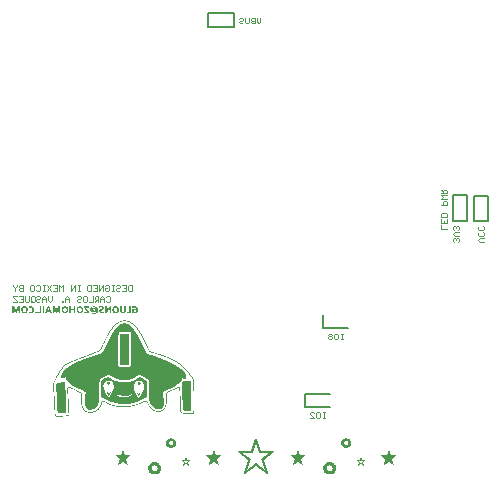
<source format=gbr>
%TF.GenerationSoftware,Altium Limited,Altium Designer,22.7.1 (60)*%
G04 Layer_Color=32896*
%FSLAX45Y45*%
%MOMM*%
%TF.SameCoordinates,ACC7CE07-661A-46B9-B338-6EC4A6F7B09F*%
%TF.FilePolarity,Positive*%
%TF.FileFunction,Legend,Bot*%
%TF.Part,Single*%
G01*
G75*
%TA.AperFunction,NonConductor*%
%ADD62C,0.20000*%
%ADD63C,0.12500*%
G36*
X1447280Y1526024D02*
X1461267D01*
Y1523227D01*
X1469658D01*
Y1520430D01*
X1475253D01*
Y1517632D01*
X1480848D01*
Y1514835D01*
X1486443D01*
Y1512038D01*
X1492037D01*
Y1509240D01*
X1494835D01*
Y1506443D01*
X1500430D01*
Y1503645D01*
X1503227D01*
Y1500848D01*
X1506024D01*
Y1498051D01*
X1508821D01*
Y1495254D01*
X1514416D01*
Y1492456D01*
X1517214D01*
Y1489659D01*
X1520011D01*
Y1486861D01*
X1522808D01*
Y1484064D01*
X1525606D01*
Y1481267D01*
X1528403D01*
Y1478469D01*
X1531200D01*
Y1472875D01*
X1533998D01*
Y1470077D01*
X1536795D01*
Y1467280D01*
X1539593D01*
Y1464482D01*
X1542390D01*
Y1461685D01*
X1545187D01*
Y1456091D01*
X1547984D01*
Y1453293D01*
X1550782D01*
Y1450496D01*
X1553579D01*
Y1444901D01*
X1556377D01*
Y1442104D01*
X1559174D01*
Y1436509D01*
X1561971D01*
Y1433712D01*
X1564769D01*
Y1428117D01*
X1567566D01*
Y1425319D01*
X1570363D01*
Y1419725D01*
X1573161D01*
Y1414130D01*
X1575958D01*
Y1411333D01*
X1578756D01*
Y1405738D01*
X1581553D01*
Y1400143D01*
X1584350D01*
Y1394549D01*
X1587148D01*
Y1388954D01*
X1589945D01*
Y1383359D01*
X1592742D01*
Y1380562D01*
X1595540D01*
Y1374967D01*
X1598337D01*
Y1369372D01*
X1601134D01*
Y1360980D01*
X1603932D01*
Y1355386D01*
X1606729D01*
Y1349791D01*
X1609526D01*
Y1344196D01*
X1612324D01*
Y1338602D01*
X1615121D01*
Y1333007D01*
X1617919D01*
Y1327412D01*
X1620716D01*
Y1319020D01*
X1623513D01*
Y1313425D01*
X1626311D01*
Y1307831D01*
X1629108D01*
Y1302236D01*
X1631905D01*
Y1293844D01*
X1634703D01*
Y1288249D01*
X1637500D01*
Y1282654D01*
X1640297D01*
Y1277060D01*
X1643095D01*
Y1271465D01*
X1645892D01*
Y1268668D01*
X1648689D01*
Y1265870D01*
X1657082D01*
Y1263073D01*
X1665474D01*
Y1260276D01*
X1673866D01*
Y1257478D01*
X1682258D01*
Y1254681D01*
X1690650D01*
Y1251883D01*
X1701839D01*
Y1249086D01*
X1710231D01*
Y1246289D01*
X1718623D01*
Y1243491D01*
X1729813D01*
Y1240694D01*
X1738205D01*
Y1237897D01*
X1746597D01*
Y1235099D01*
X1754989D01*
Y1232302D01*
X1763381D01*
Y1229505D01*
X1771773D01*
Y1226707D01*
X1780165D01*
Y1223910D01*
X1785760D01*
Y1221113D01*
X1794152D01*
Y1218315D01*
X1799747D01*
Y1215518D01*
X1808139D01*
Y1212720D01*
X1813733D01*
Y1209923D01*
X1819328D01*
Y1207126D01*
X1827720D01*
Y1204328D01*
X1833315D01*
Y1201531D01*
X1838910D01*
Y1198734D01*
X1844504D01*
Y1195936D01*
X1850099D01*
Y1193139D01*
X1855694D01*
Y1190342D01*
X1861289D01*
Y1187544D01*
X1864086D01*
Y1184747D01*
X1869681D01*
Y1181950D01*
X1875275D01*
Y1179152D01*
X1878073D01*
Y1176355D01*
X1883667D01*
Y1173557D01*
X1886465D01*
Y1170760D01*
X1892059D01*
Y1167963D01*
X1894857D01*
Y1165165D01*
X1900452D01*
Y1162368D01*
X1903249D01*
Y1159571D01*
X1906046D01*
Y1156773D01*
X1911641D01*
Y1153976D01*
X1914438D01*
Y1151179D01*
X1917236D01*
Y1148381D01*
X1920033D01*
Y1145584D01*
X1922830D01*
Y1142786D01*
X1925628D01*
Y1139989D01*
X1928425D01*
Y1137192D01*
X1931222D01*
Y1134394D01*
X1934020D01*
Y1131597D01*
X1936817D01*
Y1128800D01*
X1939615D01*
Y1126002D01*
X1942412D01*
Y1123205D01*
X1945209D01*
Y1120408D01*
X1948007D01*
Y1117610D01*
X1950804D01*
Y1114813D01*
X1953601D01*
Y1112016D01*
X1956399D01*
Y1109218D01*
X1959196D01*
Y1106421D01*
X1961993D01*
Y1103623D01*
X1964791D01*
Y1100826D01*
X1967588D01*
Y1098029D01*
X1970385D01*
Y1092434D01*
X1973183D01*
Y1089637D01*
X1975980D01*
Y1086839D01*
X1978778D01*
Y1084042D01*
X1981575D01*
Y1081245D01*
X1984372D01*
Y1078447D01*
X1987170D01*
Y1072853D01*
X1989967D01*
Y1070055D01*
X1992764D01*
Y1067258D01*
X1995562D01*
Y1061663D01*
X1998359D01*
Y1058866D01*
X2001156D01*
Y1056068D01*
X2003954D01*
Y1050474D01*
X2006751D01*
Y1047676D01*
X2009548D01*
Y1042082D01*
X2012346D01*
Y1036487D01*
X2015143D01*
Y1030892D01*
X2017941D01*
Y1019703D01*
X2020738D01*
Y958161D01*
X2023535D01*
Y753954D01*
X2020738D01*
Y739967D01*
X2017941D01*
Y737170D01*
X1948007D01*
Y739967D01*
X1928425D01*
Y742765D01*
X1914438D01*
Y745562D01*
X1911641D01*
Y748359D01*
X1908844D01*
Y756751D01*
X1906046D01*
Y784725D01*
X1903249D01*
Y857456D01*
X1900452D01*
Y932985D01*
X1897654D01*
Y955364D01*
X1886465D01*
Y952566D01*
X1878073D01*
Y949769D01*
X1872478D01*
Y946971D01*
X1864086D01*
Y944174D01*
X1858491D01*
Y941377D01*
X1850099D01*
Y938580D01*
X1844504D01*
Y935782D01*
X1838910D01*
Y932985D01*
X1833315D01*
Y930187D01*
X1827720D01*
Y927390D01*
X1819328D01*
Y924593D01*
X1816531D01*
Y921795D01*
X1810936D01*
Y918998D01*
X1805341D01*
Y916201D01*
X1799747D01*
Y913403D01*
X1794152D01*
Y910606D01*
X1791355D01*
Y907808D01*
X1788557D01*
Y896619D01*
X1791355D01*
Y835077D01*
X1788557D01*
Y818293D01*
X1785760D01*
Y807104D01*
X1782963D01*
Y798712D01*
X1780165D01*
Y793117D01*
X1777368D01*
Y787522D01*
X1774570D01*
Y781928D01*
X1771773D01*
Y779130D01*
X1768976D01*
Y776333D01*
X1766178D01*
Y773535D01*
X1763381D01*
Y770738D01*
X1760584D01*
Y767941D01*
X1757786D01*
Y765143D01*
X1752192D01*
Y762346D01*
X1746597D01*
Y759549D01*
X1738205D01*
Y756751D01*
X1701839D01*
Y759549D01*
X1690650D01*
Y762346D01*
X1682258D01*
Y765143D01*
X1676663D01*
Y767941D01*
X1671068D01*
Y770738D01*
X1665474D01*
Y773535D01*
X1662676D01*
Y776333D01*
X1659879D01*
Y779130D01*
X1657082D01*
Y781928D01*
X1654284D01*
Y784725D01*
X1651487D01*
Y787522D01*
X1648689D01*
Y790319D01*
X1645892D01*
Y795914D01*
X1643095D01*
Y798712D01*
X1640297D01*
Y804306D01*
X1637500D01*
Y809901D01*
X1634703D01*
Y815496D01*
X1631905D01*
Y821091D01*
X1629108D01*
Y826685D01*
X1626311D01*
Y829482D01*
X1623513D01*
Y835077D01*
X1617919D01*
Y837875D01*
X1595540D01*
Y835077D01*
X1589945D01*
Y832280D01*
X1584350D01*
Y829482D01*
X1575958D01*
Y826685D01*
X1570363D01*
Y823888D01*
X1564769D01*
Y821091D01*
X1556377D01*
Y818293D01*
X1547984D01*
Y815496D01*
X1542390D01*
Y812698D01*
X1531200D01*
Y809901D01*
X1522808D01*
Y807104D01*
X1511619D01*
Y804306D01*
X1500430D01*
Y801509D01*
X1483645D01*
Y798712D01*
X1466861D01*
Y795914D01*
X1433293D01*
Y793117D01*
X1408117D01*
Y795914D01*
X1374548D01*
Y798712D01*
X1357764D01*
Y801509D01*
X1343778D01*
Y804306D01*
X1335385D01*
Y807104D01*
X1324196D01*
Y809901D01*
X1318601D01*
Y812698D01*
X1310209D01*
Y815496D01*
X1304615D01*
Y818293D01*
X1296222D01*
Y821091D01*
X1290628D01*
Y823888D01*
X1285033D01*
Y826685D01*
X1282236D01*
Y829482D01*
X1276641D01*
Y832280D01*
X1273844D01*
Y835077D01*
X1268249D01*
Y837875D01*
X1262654D01*
Y840672D01*
X1254262D01*
Y843469D01*
X1248667D01*
Y840672D01*
X1245870D01*
Y835077D01*
X1243073D01*
Y826685D01*
X1240275D01*
Y815496D01*
X1237478D01*
Y807104D01*
X1234681D01*
Y801509D01*
X1231883D01*
Y795914D01*
X1229086D01*
Y790319D01*
X1226289D01*
Y787522D01*
X1223491D01*
Y784725D01*
X1220694D01*
Y779130D01*
X1217896D01*
Y776333D01*
X1215099D01*
Y773535D01*
X1212302D01*
Y770738D01*
X1206707D01*
Y767941D01*
X1203910D01*
Y765143D01*
X1201112D01*
Y762346D01*
X1195518D01*
Y759549D01*
X1189923D01*
Y756751D01*
X1181531D01*
Y753954D01*
X1173139D01*
Y751156D01*
X1161949D01*
Y748359D01*
X1119989D01*
Y751156D01*
X1111597D01*
Y753954D01*
X1106002D01*
Y756751D01*
X1100408D01*
Y759549D01*
X1097610D01*
Y762346D01*
X1094813D01*
Y765143D01*
X1089218D01*
Y770738D01*
X1086421D01*
Y773535D01*
X1083623D01*
Y776333D01*
X1080826D01*
Y781928D01*
X1078029D01*
Y787522D01*
X1075231D01*
Y793117D01*
X1072434D01*
Y804306D01*
X1069637D01*
Y815496D01*
X1066839D01*
Y837875D01*
X1064042D01*
Y877038D01*
X1066839D01*
Y905011D01*
X1064042D01*
Y907808D01*
X1061245D01*
Y910606D01*
X1058447D01*
Y913403D01*
X1052852D01*
Y916201D01*
X1050055D01*
Y918998D01*
X1044460D01*
Y921795D01*
X1038866D01*
Y924593D01*
X1033271D01*
Y927390D01*
X1030474D01*
Y930187D01*
X1024879D01*
Y932985D01*
X1019284D01*
Y935782D01*
X1013689D01*
Y938580D01*
X1008095D01*
Y941377D01*
X1002500D01*
Y944174D01*
X994108D01*
Y946971D01*
X988513D01*
Y949769D01*
X982919D01*
Y952566D01*
X974526D01*
Y955364D01*
X968932D01*
Y958161D01*
X957742D01*
Y865848D01*
X960540D01*
Y818293D01*
X963337D01*
Y770738D01*
X966134D01*
Y723183D01*
X963337D01*
Y720386D01*
X952148D01*
Y717588D01*
X912984D01*
Y714791D01*
X848645D01*
Y717588D01*
X843051D01*
Y723183D01*
X840253D01*
Y770738D01*
X837456D01*
Y818293D01*
X834658D01*
Y868645D01*
X831861D01*
Y921795D01*
X829064D01*
Y1000121D01*
X831861D01*
Y1008513D01*
X834658D01*
Y1014108D01*
X837456D01*
Y1019703D01*
X840253D01*
Y1025297D01*
X843051D01*
Y1030892D01*
X845848D01*
Y1036487D01*
X848645D01*
Y1042082D01*
X851443D01*
Y1044879D01*
X854240D01*
Y1050474D01*
X857037D01*
Y1056068D01*
X859835D01*
Y1061663D01*
X862632D01*
Y1064460D01*
X865430D01*
Y1070055D01*
X868227D01*
Y1075650D01*
X871024D01*
Y1078447D01*
X873821D01*
Y1084042D01*
X876619D01*
Y1089637D01*
X879416D01*
Y1092434D01*
X882214D01*
Y1098029D01*
X885011D01*
Y1100826D01*
X887808D01*
Y1106421D01*
X890606D01*
Y1109218D01*
X893403D01*
Y1114813D01*
X896200D01*
Y1117610D01*
X898998D01*
Y1120408D01*
X901795D01*
Y1126002D01*
X904593D01*
Y1128800D01*
X907390D01*
Y1131597D01*
X910187D01*
Y1137192D01*
X912984D01*
Y1139989D01*
X915782D01*
Y1142786D01*
X918579D01*
Y1145584D01*
X921377D01*
Y1148381D01*
X924174D01*
Y1151179D01*
X926971D01*
Y1153976D01*
X932566D01*
Y1156773D01*
X935363D01*
Y1159571D01*
X940958D01*
Y1162368D01*
X946553D01*
Y1165165D01*
X952148D01*
Y1167963D01*
X957742D01*
Y1170760D01*
X963337D01*
Y1173557D01*
X968932D01*
Y1176355D01*
X977324D01*
Y1179152D01*
X982919D01*
Y1181950D01*
X988513D01*
Y1184747D01*
X996905D01*
Y1187544D01*
X1002500D01*
Y1190342D01*
X1010892D01*
Y1193139D01*
X1016487D01*
Y1195936D01*
X1024879D01*
Y1198734D01*
X1030474D01*
Y1201531D01*
X1038866D01*
Y1204328D01*
X1047258D01*
Y1207126D01*
X1052852D01*
Y1209923D01*
X1061245D01*
Y1212720D01*
X1066839D01*
Y1215518D01*
X1075231D01*
Y1218315D01*
X1083623D01*
Y1221113D01*
X1089218D01*
Y1223910D01*
X1097610D01*
Y1226707D01*
X1103205D01*
Y1229505D01*
X1111597D01*
Y1232302D01*
X1119989D01*
Y1235099D01*
X1125584D01*
Y1237897D01*
X1133976D01*
Y1240694D01*
X1142368D01*
Y1243491D01*
X1147963D01*
Y1246289D01*
X1156355D01*
Y1249086D01*
X1164747D01*
Y1251883D01*
X1170341D01*
Y1254681D01*
X1178733D01*
Y1257478D01*
X1184328D01*
Y1260276D01*
X1192720D01*
Y1263073D01*
X1198315D01*
Y1265870D01*
X1206707D01*
Y1268668D01*
X1212302D01*
Y1271465D01*
X1217896D01*
Y1274262D01*
X1223491D01*
Y1277060D01*
X1226289D01*
Y1279857D01*
X1229086D01*
Y1285452D01*
X1231883D01*
Y1291046D01*
X1234681D01*
Y1296641D01*
X1237478D01*
Y1302236D01*
X1240275D01*
Y1307831D01*
X1243073D01*
Y1316223D01*
X1245870D01*
Y1321817D01*
X1248667D01*
Y1327412D01*
X1251465D01*
Y1333007D01*
X1254262D01*
Y1338602D01*
X1257059D01*
Y1346993D01*
X1259857D01*
Y1352588D01*
X1262654D01*
Y1358183D01*
X1265452D01*
Y1363778D01*
X1268249D01*
Y1369372D01*
X1271046D01*
Y1374967D01*
X1273844D01*
Y1380562D01*
X1276641D01*
Y1386156D01*
X1279438D01*
Y1391751D01*
X1282236D01*
Y1397346D01*
X1285033D01*
Y1402941D01*
X1287830D01*
Y1408535D01*
X1290628D01*
Y1411333D01*
X1293425D01*
Y1416928D01*
X1296222D01*
Y1422522D01*
X1299020D01*
Y1428117D01*
X1301817D01*
Y1430914D01*
X1304615D01*
Y1436509D01*
X1307412D01*
Y1439306D01*
X1310209D01*
Y1444901D01*
X1313007D01*
Y1447698D01*
X1315804D01*
Y1453293D01*
X1318601D01*
Y1456091D01*
X1321399D01*
Y1458888D01*
X1324196D01*
Y1464482D01*
X1326993D01*
Y1467280D01*
X1329791D01*
Y1470077D01*
X1332588D01*
Y1472875D01*
X1335385D01*
Y1475672D01*
X1338183D01*
Y1481267D01*
X1340980D01*
Y1484064D01*
X1343778D01*
Y1486861D01*
X1346575D01*
Y1489659D01*
X1349372D01*
Y1492456D01*
X1352170D01*
Y1495254D01*
X1357764D01*
Y1498051D01*
X1360562D01*
Y1500848D01*
X1363359D01*
Y1503645D01*
X1366156D01*
Y1506443D01*
X1371751D01*
Y1509240D01*
X1374548D01*
Y1512038D01*
X1380143D01*
Y1514835D01*
X1385738D01*
Y1517632D01*
X1391332D01*
Y1520430D01*
X1396927D01*
Y1523227D01*
X1405319D01*
Y1526024D01*
X1416509D01*
Y1528822D01*
X1447280D01*
Y1526024D01*
D02*
G37*
G36*
X3315176Y529959D02*
X3321192Y528571D01*
X3326746Y526720D01*
X3331374Y524868D01*
X3335076Y523017D01*
X3337853Y521166D01*
X3339704Y519778D01*
X3340167Y519315D01*
X3344332Y514687D01*
X3347571Y510059D01*
X3349422Y504969D01*
X3351273Y500341D01*
X3352199Y496176D01*
X3352662Y492936D01*
Y490622D01*
Y489697D01*
X3352199Y483217D01*
X3350811Y477664D01*
X3348960Y473036D01*
X3346646Y468871D01*
X3344332Y465632D01*
X3342480Y462855D01*
X3341092Y461466D01*
X3340629Y461004D01*
X3335539Y457301D01*
X3330448Y454987D01*
X3325357Y453136D01*
X3320267Y451748D01*
X3316102Y450822D01*
X3312862Y450360D01*
X3309623D01*
X3303144Y450822D01*
X3296664Y452211D01*
X3291574Y454062D01*
X3286946Y455913D01*
X3283244Y457764D01*
X3280467Y459615D01*
X3278616Y461004D01*
X3278153Y461466D01*
X3273525Y466094D01*
X3270286Y470722D01*
X3267972Y475813D01*
X3266583Y480441D01*
X3265195Y484606D01*
X3264732Y487845D01*
Y489697D01*
Y490622D01*
X3265195Y497101D01*
X3266583Y502655D01*
X3268434Y507282D01*
X3270748Y511448D01*
X3273062Y514687D01*
X3274913Y517464D01*
X3276302Y518852D01*
X3276765Y519315D01*
X3281392Y523017D01*
X3286946Y525794D01*
X3292037Y527645D01*
X3297127Y529033D01*
X3301755Y529959D01*
X3305457Y530422D01*
X3308697D01*
X3315176Y529959D01*
D02*
G37*
G36*
X1833329Y529959D02*
X1839345Y528570D01*
X1844899Y526719D01*
X1849526Y524868D01*
X1853229Y523017D01*
X1856005Y521166D01*
X1857857Y519777D01*
X1858319Y519315D01*
X1862484Y514687D01*
X1865724Y510059D01*
X1867575Y504968D01*
X1869426Y500340D01*
X1870352Y496175D01*
X1870815Y492936D01*
Y490622D01*
Y489696D01*
X1870352Y483217D01*
X1868963Y477664D01*
X1867112Y473036D01*
X1864798Y468871D01*
X1862484Y465631D01*
X1860633Y462855D01*
X1859245Y461466D01*
X1858782Y461003D01*
X1853691Y457301D01*
X1848601Y454987D01*
X1843510Y453136D01*
X1838419Y451748D01*
X1834254Y450822D01*
X1831015Y450359D01*
X1827775D01*
X1821296Y450822D01*
X1814817Y452210D01*
X1809727Y454062D01*
X1805099Y455913D01*
X1801396Y457764D01*
X1798620Y459615D01*
X1796769Y461003D01*
X1796306Y461466D01*
X1791678Y466094D01*
X1788438Y470722D01*
X1786124Y475813D01*
X1784736Y480440D01*
X1783348Y484606D01*
X1782885Y487845D01*
Y489696D01*
Y490622D01*
X1783348Y497101D01*
X1784736Y502654D01*
X1786587Y507282D01*
X1788901Y511447D01*
X1791215Y514687D01*
X1793066Y517464D01*
X1794455Y518852D01*
X1794917Y519315D01*
X1799545Y523017D01*
X1805099Y525794D01*
X1810189Y527645D01*
X1815280Y529033D01*
X1819908Y529959D01*
X1823610Y530422D01*
X1826850D01*
X1833329Y529959D01*
D02*
G37*
G36*
X3688183Y385569D02*
X3737239D01*
X3698827Y353174D01*
X3713636Y304581D01*
X3670597Y332811D01*
X3627558Y304581D01*
X3642367Y353174D01*
X3603956Y385569D01*
X3652548D01*
X3670134Y432774D01*
X3688183Y385569D01*
D02*
G37*
G36*
X2918567Y385569D02*
X2967622D01*
X2929211Y353174D01*
X2944020Y304581D01*
X2900981Y332811D01*
X2857941Y304581D01*
X2872751Y353174D01*
X2834339Y385569D01*
X2882932D01*
X2900518Y432773D01*
X2918567Y385569D01*
D02*
G37*
G36*
X2206336D02*
X2255391D01*
X2216980Y353174D01*
X2231789Y304581D01*
X2188750Y332811D01*
X2145711Y304581D01*
X2160520Y353174D01*
X2122109Y385569D01*
X2170701D01*
X2188287Y432773D01*
X2206336Y385569D01*
D02*
G37*
G36*
X1436720Y385569D02*
X1485775D01*
X1447364Y353174D01*
X1462173Y304581D01*
X1419134Y332811D01*
X1376094Y304581D01*
X1390903Y353174D01*
X1352492Y385569D01*
X1401085D01*
X1418671Y432773D01*
X1436720Y385569D01*
D02*
G37*
G36*
X3446608Y350397D02*
X3478540D01*
X3453550Y328646D01*
X3463268Y297177D01*
X3435038Y315688D01*
X3406808Y297177D01*
X3416064Y328646D01*
X3391536Y350397D01*
X3423006D01*
X3434575Y380016D01*
X3446608Y350397D01*
D02*
G37*
G36*
X1964761Y350397D02*
X1996693D01*
X1971702Y328646D01*
X1981421Y297176D01*
X1953191Y315688D01*
X1924961Y297176D01*
X1934217Y328646D01*
X1909689Y350397D01*
X1941158D01*
X1952728Y380015D01*
X1964761Y350397D01*
D02*
G37*
G36*
X2590450Y425832D02*
X2695503D01*
X2698280Y416113D01*
X2615903Y348546D01*
X2650150Y234700D01*
X2641357Y230535D01*
X2546022Y295788D01*
X2450688Y230998D01*
X2441895Y235163D01*
X2476141Y349009D01*
X2393302Y417039D01*
X2397005Y425369D01*
X2501132D01*
X2539543Y524868D01*
X2552501D01*
X2590450Y425832D01*
D02*
G37*
G36*
X3178191Y329109D02*
X3186058Y327258D01*
X3193000Y324481D01*
X3199016Y321704D01*
X3203644Y318928D01*
X3207346Y316151D01*
X3209198Y314300D01*
X3210123Y313837D01*
X3215677Y307821D01*
X3219379Y301805D01*
X3222156Y295788D01*
X3224470Y289772D01*
X3225395Y284681D01*
X3225858Y280979D01*
X3226321Y278202D01*
Y277740D01*
Y277277D01*
X3225395Y269409D01*
X3223544Y262005D01*
X3221230Y255526D01*
X3217991Y250435D01*
X3215214Y245807D01*
X3212437Y242568D01*
X3210586Y240717D01*
X3210123Y239791D01*
X3203644Y234700D01*
X3196702Y230998D01*
X3190223Y228221D01*
X3183744Y226370D01*
X3178191Y225445D01*
X3173563Y224982D01*
X3172175Y224519D01*
X3169861D01*
X3161530Y224982D01*
X3154126Y226833D01*
X3147184Y229147D01*
X3141630Y232386D01*
X3137003Y235163D01*
X3133300Y237477D01*
X3131449Y239328D01*
X3130524Y239791D01*
X3124970Y245807D01*
X3120805Y252286D01*
X3118028Y258303D01*
X3115714Y264319D01*
X3114789Y269409D01*
X3114326Y273575D01*
X3113863Y276351D01*
Y276814D01*
Y277277D01*
X3114789Y285144D01*
X3116640Y292086D01*
X3118954Y298102D01*
X3122193Y303656D01*
X3125433Y307821D01*
X3127747Y311060D01*
X3129598Y313374D01*
X3130524Y313837D01*
X3137003Y318928D01*
X3143482Y323093D01*
X3149961Y325870D01*
X3156440Y327721D01*
X3161530Y328646D01*
X3166158Y329572D01*
X3169861D01*
X3178191Y329109D01*
D02*
G37*
G36*
X1696344Y329109D02*
X1704211Y327258D01*
X1711153Y324481D01*
X1717169Y321704D01*
X1721797Y318927D01*
X1725499Y316151D01*
X1727350Y314300D01*
X1728276Y313837D01*
X1733829Y307821D01*
X1737532Y301804D01*
X1740308Y295788D01*
X1742622Y289772D01*
X1743548Y284681D01*
X1744011Y280979D01*
X1744474Y278202D01*
Y277739D01*
Y277277D01*
X1743548Y269409D01*
X1741697Y262005D01*
X1739383Y255526D01*
X1736143Y250435D01*
X1733367Y245807D01*
X1730590Y242567D01*
X1728739Y240716D01*
X1728276Y239791D01*
X1721797Y234700D01*
X1714855Y230998D01*
X1708376Y228221D01*
X1701897Y226370D01*
X1696344Y225444D01*
X1691716Y224982D01*
X1690327Y224519D01*
X1688013D01*
X1679683Y224982D01*
X1672279Y226833D01*
X1665337Y229147D01*
X1659783Y232386D01*
X1655155Y235163D01*
X1651453Y237477D01*
X1649602Y239328D01*
X1648676Y239791D01*
X1643123Y245807D01*
X1638958Y252286D01*
X1636181Y258302D01*
X1633867Y264318D01*
X1632942Y269409D01*
X1632479Y273574D01*
X1632016Y276351D01*
Y276814D01*
Y277277D01*
X1632942Y285144D01*
X1634793Y292086D01*
X1637107Y298102D01*
X1640346Y303655D01*
X1643586Y307821D01*
X1645900Y311060D01*
X1647751Y313374D01*
X1648676Y313837D01*
X1655155Y318927D01*
X1661634Y323093D01*
X1668114Y325869D01*
X1674593Y327720D01*
X1679683Y328646D01*
X1684311Y329572D01*
X1688013D01*
X1696344Y329109D01*
D02*
G37*
G36*
X1016834Y1590037D02*
X1003796D01*
Y1613566D01*
X979861D01*
Y1590037D01*
X966721D01*
Y1647891D01*
X979861D01*
Y1624770D01*
X1003796D01*
Y1647891D01*
X1016834D01*
Y1590037D01*
D02*
G37*
G36*
X1320460D02*
X1308238D01*
Y1621816D01*
Y1624057D01*
Y1625992D01*
X1308340Y1627520D01*
Y1628844D01*
X1308442Y1629862D01*
Y1630575D01*
X1308543Y1631085D01*
Y1631186D01*
X1308340D01*
X1307932Y1630473D01*
X1307525Y1629761D01*
X1306608Y1628233D01*
X1306201Y1627520D01*
X1305793Y1626909D01*
X1305590Y1626501D01*
X1305488Y1626399D01*
X1281552Y1590037D01*
X1268413D01*
Y1647891D01*
X1280737D01*
Y1615908D01*
Y1613871D01*
X1280635Y1612140D01*
Y1610714D01*
X1280534Y1609695D01*
Y1608880D01*
X1280432Y1608371D01*
Y1608066D01*
Y1607964D01*
X1280534D01*
X1281552Y1609695D01*
X1282061Y1610510D01*
X1282469Y1611223D01*
X1282876Y1611834D01*
X1283182Y1612242D01*
X1283386Y1612547D01*
X1283487Y1612649D01*
X1306405Y1647891D01*
X1320460D01*
Y1590037D01*
D02*
G37*
G36*
X890738D02*
X879025D01*
Y1622020D01*
Y1624464D01*
X879127Y1627112D01*
X879229Y1629557D01*
Y1631899D01*
X879331Y1633020D01*
Y1633937D01*
X879433Y1634853D01*
Y1635566D01*
X879534Y1636177D01*
Y1636585D01*
Y1636890D01*
Y1636992D01*
X879229D01*
X879025Y1635872D01*
X878720Y1634853D01*
X878516Y1633835D01*
X878414Y1633020D01*
X878108Y1631594D01*
X877803Y1630575D01*
X877599Y1629761D01*
X877497Y1629353D01*
X877396Y1629048D01*
Y1628946D01*
X863543Y1590037D01*
X852951D01*
X839302Y1629353D01*
X838997Y1630372D01*
X838691Y1631492D01*
X838385Y1632816D01*
X838080Y1634038D01*
X837876Y1635159D01*
X837672Y1636177D01*
X837571Y1636788D01*
Y1636890D01*
Y1636992D01*
X837163D01*
X837367Y1634548D01*
X837469Y1632205D01*
X837571Y1630168D01*
Y1628335D01*
X837672Y1626807D01*
Y1626196D01*
Y1625686D01*
Y1625279D01*
Y1624973D01*
Y1624770D01*
Y1624668D01*
Y1590037D01*
X824839D01*
Y1647891D01*
X843376D01*
X855293Y1613668D01*
X855701Y1612242D01*
X856108Y1610816D01*
X856515Y1609492D01*
X856821Y1608167D01*
X857127Y1607047D01*
X857330Y1606130D01*
X857432Y1605519D01*
X857534Y1605417D01*
Y1605316D01*
X857840D01*
X858145Y1606843D01*
X858451Y1608371D01*
X858756Y1609797D01*
X859062Y1611019D01*
X859367Y1612038D01*
X859673Y1612853D01*
X859775Y1613362D01*
X859877Y1613566D01*
X871692Y1647891D01*
X890738D01*
Y1590037D01*
D02*
G37*
G36*
X548203Y1590037D02*
X536490D01*
Y1622019D01*
Y1624464D01*
X536592Y1627112D01*
X536694Y1629557D01*
Y1631899D01*
X536796Y1633020D01*
Y1633936D01*
X536898Y1634853D01*
Y1635566D01*
X536999Y1636177D01*
Y1636584D01*
Y1636890D01*
Y1636992D01*
X536694D01*
X536490Y1635872D01*
X536185Y1634853D01*
X535981Y1633834D01*
X535879Y1633020D01*
X535573Y1631594D01*
X535268Y1630575D01*
X535064Y1629760D01*
X534962Y1629353D01*
X534860Y1629047D01*
Y1628945D01*
X521008Y1590037D01*
X510416D01*
X496767Y1629353D01*
X496462Y1630371D01*
X496156Y1631492D01*
X495850Y1632816D01*
X495545Y1634038D01*
X495341Y1635159D01*
X495137Y1636177D01*
X495036Y1636788D01*
Y1636890D01*
Y1636992D01*
X494628D01*
X494832Y1634547D01*
X494934Y1632205D01*
X495036Y1630168D01*
Y1628334D01*
X495137Y1626806D01*
Y1626195D01*
Y1625686D01*
Y1625279D01*
Y1624973D01*
Y1624769D01*
Y1624668D01*
Y1590037D01*
X482304D01*
Y1647890D01*
X500841D01*
X512758Y1613667D01*
X513166Y1612241D01*
X513573Y1610815D01*
X513980Y1609491D01*
X514286Y1608167D01*
X514592Y1607047D01*
X514795Y1606130D01*
X514897Y1605519D01*
X514999Y1605417D01*
Y1605315D01*
X515305D01*
X515610Y1606843D01*
X515916Y1608371D01*
X516221Y1609797D01*
X516527Y1611019D01*
X516832Y1612038D01*
X517138Y1612853D01*
X517240Y1613362D01*
X517342Y1613565D01*
X529157Y1647890D01*
X548203D01*
Y1590037D01*
D02*
G37*
G36*
X1443704Y1614482D02*
X1443602Y1612140D01*
X1443398Y1610001D01*
X1443093Y1607964D01*
X1442685Y1606130D01*
X1442176Y1604399D01*
X1441565Y1602769D01*
X1440852Y1601241D01*
X1440037Y1599815D01*
X1439120Y1598491D01*
X1438204Y1597371D01*
X1437287Y1596251D01*
X1436268Y1595334D01*
X1434129Y1593602D01*
X1431889Y1592278D01*
X1429750Y1591260D01*
X1427611Y1590445D01*
X1425676Y1589936D01*
X1423842Y1589528D01*
X1422314Y1589324D01*
X1421703Y1589223D01*
X1421194D01*
X1420787Y1589121D01*
X1420175D01*
X1417935Y1589223D01*
X1415898Y1589426D01*
X1413962Y1589732D01*
X1412129Y1590241D01*
X1410499Y1590852D01*
X1408870Y1591565D01*
X1407444Y1592278D01*
X1406120Y1593195D01*
X1404897Y1594112D01*
X1403777Y1595130D01*
X1401740Y1597371D01*
X1400212Y1599714D01*
X1398888Y1602158D01*
X1397869Y1604501D01*
X1397156Y1606843D01*
X1396545Y1609084D01*
X1396240Y1611019D01*
X1396036Y1612649D01*
X1395934Y1613362D01*
X1395832Y1613973D01*
Y1614482D01*
Y1614788D01*
Y1614992D01*
Y1615094D01*
Y1647891D01*
X1408870D01*
Y1613769D01*
X1408972Y1611427D01*
X1409379Y1609288D01*
X1409888Y1607454D01*
X1410601Y1605927D01*
X1411416Y1604603D01*
X1412333Y1603584D01*
X1413249Y1602667D01*
X1414268Y1601954D01*
X1415286Y1601343D01*
X1416203Y1600936D01*
X1417120Y1600630D01*
X1417935Y1600427D01*
X1418648Y1600325D01*
X1419157Y1600223D01*
X1419666D01*
X1421601Y1600427D01*
X1423333Y1600834D01*
X1424759Y1601547D01*
X1425981Y1602464D01*
X1427102Y1603482D01*
X1428018Y1604704D01*
X1428731Y1605927D01*
X1429240Y1607251D01*
X1429750Y1608575D01*
X1430055Y1609797D01*
X1430361Y1611019D01*
X1430463Y1612038D01*
X1430565Y1612955D01*
X1430666Y1613668D01*
Y1614075D01*
Y1614279D01*
Y1647891D01*
X1443704D01*
Y1614482D01*
D02*
G37*
G36*
X637937Y1648807D02*
X640279Y1648501D01*
X642520Y1648094D01*
X644659Y1647585D01*
X646696Y1646872D01*
X648530Y1646159D01*
X650159Y1645344D01*
X651687Y1644631D01*
X653011Y1643816D01*
X654233Y1643001D01*
X655252Y1642288D01*
X656169Y1641575D01*
X656780Y1641066D01*
X657289Y1640659D01*
X657595Y1640353D01*
X657696Y1640251D01*
X659224Y1638622D01*
X660548Y1636788D01*
X661669Y1634955D01*
X662687Y1633020D01*
X663502Y1631186D01*
X664113Y1629251D01*
X664724Y1627418D01*
X665132Y1625686D01*
X665539Y1624056D01*
X665845Y1622529D01*
X665947Y1621103D01*
X666150Y1619982D01*
Y1618964D01*
X666252Y1618251D01*
Y1617843D01*
Y1617640D01*
X666150Y1615297D01*
X665947Y1613056D01*
X665539Y1610917D01*
X665030Y1608880D01*
X664521Y1607047D01*
X663808Y1605315D01*
X663095Y1603787D01*
X662382Y1602362D01*
X661669Y1601139D01*
X661058Y1600019D01*
X660345Y1599102D01*
X659835Y1598287D01*
X659326Y1597676D01*
X658919Y1597269D01*
X658715Y1596963D01*
X658613Y1596861D01*
X657085Y1595537D01*
X655557Y1594315D01*
X653826Y1593297D01*
X652094Y1592380D01*
X650363Y1591667D01*
X648631Y1591056D01*
X646900Y1590546D01*
X645270Y1590139D01*
X643742Y1589732D01*
X642215Y1589528D01*
X640992Y1589324D01*
X639872Y1589222D01*
X638955D01*
X638242Y1589121D01*
X637631D01*
X633964Y1589222D01*
X632335Y1589426D01*
X630705Y1589630D01*
X629279Y1589833D01*
X627955Y1590037D01*
X626733Y1590343D01*
X625511Y1590648D01*
X624594Y1590852D01*
X623677Y1591158D01*
X622862Y1591361D01*
X622251Y1591667D01*
X621742Y1591769D01*
X621436Y1591972D01*
X621233Y1592074D01*
X621131D01*
Y1603991D01*
X623575Y1602769D01*
X626020Y1601852D01*
X628362Y1601139D01*
X630501Y1600732D01*
X632335Y1600426D01*
X633150Y1600324D01*
X633761D01*
X634372Y1600223D01*
X635085D01*
X636511Y1600324D01*
X637937Y1600426D01*
X640483Y1601037D01*
X642622Y1601852D01*
X644455Y1602769D01*
X645881Y1603686D01*
X646492Y1604093D01*
X647002Y1604399D01*
X647307Y1604806D01*
X647613Y1605010D01*
X647715Y1605112D01*
X647817Y1605213D01*
X648631Y1606232D01*
X649344Y1607251D01*
X650567Y1609389D01*
X651381Y1611630D01*
X651891Y1613769D01*
X652298Y1615704D01*
X652400Y1616519D01*
Y1617232D01*
X652502Y1617843D01*
Y1618251D01*
Y1618556D01*
Y1618658D01*
X652400Y1620288D01*
X652298Y1621816D01*
X651687Y1624566D01*
X650872Y1626908D01*
X650465Y1627927D01*
X649956Y1628844D01*
X649548Y1629658D01*
X649039Y1630473D01*
X648631Y1631084D01*
X648326Y1631594D01*
X647918Y1632001D01*
X647715Y1632307D01*
X647613Y1632408D01*
X647511Y1632510D01*
X646492Y1633427D01*
X645474Y1634242D01*
X644455Y1634853D01*
X643335Y1635464D01*
X641196Y1636381D01*
X639057Y1636992D01*
X637224Y1637297D01*
X636409Y1637501D01*
X635696D01*
X635187Y1637603D01*
X634372D01*
X631622Y1637501D01*
X629177Y1637094D01*
X626937Y1636483D01*
X625001Y1635872D01*
X623372Y1635260D01*
X622659Y1634955D01*
X622149Y1634649D01*
X621742Y1634446D01*
X621436Y1634242D01*
X621233Y1634140D01*
X621131D01*
Y1646770D01*
X623372Y1647483D01*
X625816Y1647992D01*
X628159Y1648400D01*
X630400Y1648603D01*
X632437Y1648807D01*
X633251D01*
X633964Y1648909D01*
X635390D01*
X637937Y1648807D01*
D02*
G37*
G36*
X1518159Y1648807D02*
X1520705Y1648502D01*
X1523048Y1648094D01*
X1525289Y1647585D01*
X1527428Y1646872D01*
X1529363Y1646159D01*
X1531094Y1645344D01*
X1532724Y1644631D01*
X1534150Y1643816D01*
X1535372Y1643002D01*
X1536391Y1642289D01*
X1537308Y1641576D01*
X1538021Y1641066D01*
X1538530Y1640659D01*
X1538835Y1640353D01*
X1538937Y1640251D01*
X1540465Y1638622D01*
X1541789Y1636890D01*
X1543011Y1635057D01*
X1544030Y1633224D01*
X1544845Y1631288D01*
X1545558Y1629455D01*
X1546169Y1627622D01*
X1546576Y1625992D01*
X1546984Y1624362D01*
X1547187Y1622834D01*
X1547391Y1621510D01*
X1547595Y1620288D01*
Y1619371D01*
X1547697Y1618658D01*
Y1618251D01*
Y1618047D01*
X1547595Y1615603D01*
X1547391Y1613260D01*
X1546984Y1611019D01*
X1546474Y1608982D01*
X1545863Y1607047D01*
X1545150Y1605316D01*
X1544437Y1603686D01*
X1543623Y1602260D01*
X1542910Y1601038D01*
X1542197Y1599917D01*
X1541484Y1599001D01*
X1540872Y1598186D01*
X1540363Y1597575D01*
X1539956Y1597167D01*
X1539752Y1596862D01*
X1539650Y1596760D01*
X1538122Y1595436D01*
X1536391Y1594213D01*
X1534659Y1593195D01*
X1532826Y1592380D01*
X1530993Y1591565D01*
X1529159Y1590954D01*
X1527326Y1590445D01*
X1525594Y1590037D01*
X1523965Y1589732D01*
X1522437Y1589528D01*
X1521113Y1589324D01*
X1519992Y1589223D01*
X1518974D01*
X1518261Y1589121D01*
X1517650D01*
X1515307Y1589223D01*
X1513066Y1589324D01*
X1511029Y1589528D01*
X1508992Y1589834D01*
X1507159Y1590241D01*
X1505427Y1590649D01*
X1503798Y1591056D01*
X1502372Y1591565D01*
X1501048Y1591973D01*
X1499927Y1592380D01*
X1498909Y1592788D01*
X1498094Y1593195D01*
X1497381Y1593500D01*
X1496973Y1593704D01*
X1496668Y1593908D01*
X1496566D01*
Y1622936D01*
X1521215D01*
Y1612547D01*
X1509603D01*
Y1601241D01*
X1510724Y1600834D01*
X1511946Y1600528D01*
X1513168Y1600223D01*
X1514390Y1600121D01*
X1515409Y1600019D01*
X1516224Y1599917D01*
X1517039D01*
X1518465Y1600019D01*
X1519789Y1600121D01*
X1522233Y1600732D01*
X1524372Y1601445D01*
X1526104Y1602362D01*
X1527530Y1603278D01*
X1528548Y1604093D01*
X1528854Y1604399D01*
X1529159Y1604603D01*
X1529261Y1604704D01*
X1529363Y1604806D01*
X1530178Y1605723D01*
X1530891Y1606843D01*
X1532011Y1609084D01*
X1532826Y1611325D01*
X1533335Y1613566D01*
X1533743Y1615603D01*
X1533845Y1616418D01*
Y1617232D01*
X1533946Y1617844D01*
Y1618251D01*
Y1618557D01*
Y1618658D01*
X1533845Y1620288D01*
X1533743Y1621816D01*
X1533132Y1624566D01*
X1532317Y1626909D01*
X1531909Y1628029D01*
X1531400Y1628946D01*
X1530891Y1629862D01*
X1530483Y1630575D01*
X1530076Y1631186D01*
X1529669Y1631798D01*
X1529363Y1632205D01*
X1529057Y1632511D01*
X1528956Y1632612D01*
X1528854Y1632714D01*
X1527835Y1633631D01*
X1526817Y1634446D01*
X1525696Y1635159D01*
X1524678Y1635770D01*
X1522437Y1636687D01*
X1520298Y1637400D01*
X1518465Y1637705D01*
X1517650Y1637807D01*
X1516937Y1637909D01*
X1516427Y1638011D01*
X1515613D01*
X1512150Y1637807D01*
X1508992Y1637400D01*
X1507566Y1637094D01*
X1506140Y1636788D01*
X1504918Y1636381D01*
X1503798Y1636075D01*
X1502779Y1635668D01*
X1501862Y1635261D01*
X1501048Y1634955D01*
X1500436Y1634650D01*
X1499927Y1634446D01*
X1499520Y1634242D01*
X1499316Y1634038D01*
X1499214D01*
Y1646363D01*
X1501964Y1647178D01*
X1504714Y1647789D01*
X1507464Y1648298D01*
X1510011Y1648604D01*
X1511131Y1648705D01*
X1512251Y1648807D01*
X1513168D01*
X1513983Y1648909D01*
X1515511D01*
X1518159Y1648807D01*
D02*
G37*
G36*
X1485260Y1590037D02*
X1450834D01*
Y1600528D01*
X1472223D01*
Y1647891D01*
X1485260D01*
Y1590037D01*
D02*
G37*
G36*
X1132642Y1637298D02*
X1105141D01*
X1134781Y1597473D01*
Y1590037D01*
X1088131D01*
Y1600528D01*
X1117262D01*
X1088233Y1640557D01*
Y1647891D01*
X1132642D01*
Y1637298D01*
D02*
G37*
G36*
X817913Y1590037D02*
X803755D01*
X799681Y1602871D01*
X779106D01*
X774930Y1590037D01*
X760773D01*
X781347Y1647890D01*
X796829D01*
X817913Y1590037D01*
D02*
G37*
G36*
X753439D02*
X740402D01*
Y1647890D01*
X753439D01*
Y1590037D01*
D02*
G37*
G36*
X727263D02*
X692836D01*
Y1600528D01*
X714225D01*
Y1647890D01*
X727263D01*
Y1590037D01*
D02*
G37*
G36*
X1177152Y1648502D02*
X1179902Y1648196D01*
X1182448Y1647687D01*
X1184893Y1647076D01*
X1187235Y1646261D01*
X1189272Y1645446D01*
X1191208Y1644529D01*
X1193041Y1643613D01*
X1194569Y1642696D01*
X1195995Y1641779D01*
X1197217Y1640964D01*
X1198134Y1640150D01*
X1198949Y1639539D01*
X1199458Y1639029D01*
X1199865Y1638724D01*
X1199967Y1638622D01*
X1201699Y1636687D01*
X1203226Y1634650D01*
X1204551Y1632612D01*
X1205773Y1630575D01*
X1206689Y1628436D01*
X1207504Y1626399D01*
X1208217Y1624362D01*
X1208727Y1622529D01*
X1209134Y1620696D01*
X1209440Y1619066D01*
X1209643Y1617640D01*
X1209745Y1616316D01*
X1209847Y1615297D01*
X1209949Y1614482D01*
Y1614075D01*
Y1613871D01*
X1209847Y1611223D01*
X1209541Y1608779D01*
X1209032Y1606436D01*
X1208523Y1604195D01*
X1207810Y1602158D01*
X1206995Y1600325D01*
X1206180Y1598593D01*
X1205264Y1597065D01*
X1204347Y1595639D01*
X1203532Y1594417D01*
X1202717Y1593399D01*
X1202004Y1592482D01*
X1201393Y1591871D01*
X1200986Y1591362D01*
X1200680Y1591056D01*
X1200578Y1590954D01*
X1198745Y1589426D01*
X1196810Y1588204D01*
X1194874Y1587084D01*
X1192837Y1586065D01*
X1190800Y1585250D01*
X1188763Y1584537D01*
X1186828Y1584028D01*
X1184893Y1583519D01*
X1183161Y1583213D01*
X1181532Y1582908D01*
X1180106Y1582806D01*
X1178781Y1582602D01*
X1177763D01*
X1176948Y1582500D01*
X1174300D01*
X1172467Y1582602D01*
X1170633Y1582806D01*
X1169004Y1583010D01*
X1167374Y1583213D01*
X1165948Y1583417D01*
X1164624Y1583723D01*
X1163402Y1584028D01*
X1162281Y1584232D01*
X1161364Y1584537D01*
X1160550Y1584741D01*
X1159837Y1585047D01*
X1159327Y1585148D01*
X1158920Y1585352D01*
X1158716Y1585454D01*
X1158614D01*
Y1593093D01*
X1161466Y1591973D01*
X1164420Y1591158D01*
X1167170Y1590547D01*
X1169716Y1590139D01*
X1170939Y1590037D01*
X1171957Y1589936D01*
X1172874Y1589834D01*
X1173689D01*
X1174300Y1589732D01*
X1175217D01*
X1177356Y1589834D01*
X1179393Y1590037D01*
X1181328Y1590343D01*
X1183161Y1590750D01*
X1184791Y1591158D01*
X1186421Y1591769D01*
X1187745Y1592278D01*
X1189069Y1592889D01*
X1190189Y1593500D01*
X1191208Y1594010D01*
X1192023Y1594621D01*
X1192735Y1595028D01*
X1193245Y1595436D01*
X1193652Y1595741D01*
X1193856Y1595945D01*
X1193958Y1596047D01*
X1195180Y1597269D01*
X1196199Y1598695D01*
X1197115Y1600019D01*
X1197828Y1601547D01*
X1198541Y1602973D01*
X1199050Y1604501D01*
X1199865Y1607353D01*
X1200069Y1608677D01*
X1200273Y1609899D01*
X1200476Y1610918D01*
X1200578Y1611936D01*
X1200680Y1612649D01*
Y1613260D01*
Y1613668D01*
Y1613769D01*
X1200578Y1615908D01*
X1200375Y1617945D01*
X1199967Y1619881D01*
X1199458Y1621714D01*
X1198949Y1623446D01*
X1198236Y1624973D01*
X1197523Y1626501D01*
X1196810Y1627825D01*
X1196097Y1629048D01*
X1195486Y1630168D01*
X1194773Y1631085D01*
X1194263Y1631899D01*
X1193754Y1632511D01*
X1193347Y1632918D01*
X1193143Y1633224D01*
X1193041Y1633325D01*
X1191513Y1634751D01*
X1189985Y1635974D01*
X1188458Y1637094D01*
X1186828Y1638011D01*
X1185198Y1638826D01*
X1183569Y1639539D01*
X1182041Y1640048D01*
X1180513Y1640455D01*
X1179189Y1640761D01*
X1177865Y1641066D01*
X1176744Y1641270D01*
X1175726Y1641372D01*
X1174911Y1641474D01*
X1173791D01*
X1171855Y1641372D01*
X1169920Y1641168D01*
X1168189Y1640863D01*
X1166559Y1640557D01*
X1165133Y1640048D01*
X1163707Y1639539D01*
X1162485Y1639029D01*
X1161364Y1638418D01*
X1160346Y1637807D01*
X1159429Y1637298D01*
X1158716Y1636788D01*
X1158105Y1636279D01*
X1157596Y1635974D01*
X1157290Y1635668D01*
X1157087Y1635464D01*
X1156985Y1635362D01*
X1155966Y1634242D01*
X1154948Y1633020D01*
X1154235Y1631696D01*
X1153522Y1630372D01*
X1152911Y1629149D01*
X1152401Y1627825D01*
X1151688Y1625381D01*
X1151485Y1624260D01*
X1151281Y1623242D01*
X1151179Y1622223D01*
X1151077Y1621408D01*
X1150975Y1620797D01*
Y1620288D01*
Y1619983D01*
Y1619881D01*
X1151077Y1617436D01*
X1151281Y1615297D01*
X1151688Y1613362D01*
X1151994Y1611732D01*
X1152401Y1610408D01*
X1152809Y1609492D01*
X1153012Y1608880D01*
X1153114Y1608779D01*
Y1608677D01*
X1153929Y1607251D01*
X1154846Y1606232D01*
X1155661Y1605417D01*
X1156475Y1604908D01*
X1157290Y1604603D01*
X1157901Y1604501D01*
X1158309Y1604399D01*
X1158411D01*
X1158920Y1604501D01*
X1159429Y1604603D01*
X1160142Y1605316D01*
X1160753Y1606232D01*
X1161059Y1607251D01*
X1161263Y1608269D01*
X1161364Y1609186D01*
X1161466Y1609899D01*
Y1610001D01*
Y1610103D01*
Y1611223D01*
X1161364Y1612547D01*
X1161263Y1614177D01*
X1161161Y1615908D01*
X1161059Y1617640D01*
X1160855Y1619575D01*
X1160550Y1623344D01*
X1160346Y1625177D01*
X1160244Y1626909D01*
X1160040Y1628436D01*
X1159938Y1629862D01*
X1159837Y1630983D01*
X1159735Y1631899D01*
X1159633Y1632409D01*
Y1632612D01*
X1168800D01*
X1169207Y1628640D01*
X1169309D01*
X1169615Y1629455D01*
X1170022Y1630168D01*
X1171142Y1631390D01*
X1172365Y1632205D01*
X1173689Y1632714D01*
X1174911Y1633122D01*
X1175930Y1633224D01*
X1176235Y1633325D01*
X1176846D01*
X1178069Y1633224D01*
X1179291Y1633122D01*
X1180411Y1632816D01*
X1181430Y1632409D01*
X1183365Y1631492D01*
X1185096Y1630473D01*
X1186421Y1629353D01*
X1187439Y1628436D01*
X1187745Y1628029D01*
X1188050Y1627723D01*
X1188152Y1627622D01*
X1188254Y1627520D01*
X1189069Y1626399D01*
X1189782Y1625177D01*
X1191004Y1622733D01*
X1191819Y1620186D01*
X1192328Y1617844D01*
X1192532Y1616723D01*
X1192735Y1615705D01*
X1192837Y1614788D01*
Y1613973D01*
X1192939Y1613362D01*
Y1612853D01*
Y1612547D01*
Y1612445D01*
X1192837Y1609899D01*
X1192430Y1607658D01*
X1191921Y1605723D01*
X1191208Y1604195D01*
X1190597Y1602871D01*
X1190087Y1601954D01*
X1189680Y1601445D01*
X1189578Y1601241D01*
X1188152Y1599917D01*
X1186726Y1598899D01*
X1185198Y1598288D01*
X1183772Y1597778D01*
X1182550Y1597473D01*
X1181532Y1597371D01*
X1181124Y1597269D01*
X1180615D01*
X1179291Y1597371D01*
X1178069Y1597575D01*
X1176948Y1597982D01*
X1175828Y1598491D01*
X1174096Y1599714D01*
X1172670Y1601140D01*
X1171652Y1602566D01*
X1170837Y1603788D01*
X1170633Y1604297D01*
X1170429Y1604704D01*
X1170328Y1604908D01*
Y1605010D01*
X1170124D01*
X1169920Y1603788D01*
X1169615Y1602667D01*
X1169207Y1601751D01*
X1168698Y1600936D01*
X1168189Y1600223D01*
X1167781Y1599815D01*
X1167476Y1599510D01*
X1167374Y1599408D01*
X1166355Y1598695D01*
X1165235Y1598186D01*
X1164216Y1597778D01*
X1163198Y1597575D01*
X1162281Y1597371D01*
X1161466Y1597269D01*
X1160855D01*
X1159327Y1597371D01*
X1158003Y1597575D01*
X1156577Y1597880D01*
X1155355Y1598288D01*
X1153012Y1599306D01*
X1151077Y1600427D01*
X1150262Y1601038D01*
X1149448Y1601547D01*
X1148836Y1602158D01*
X1148327Y1602566D01*
X1147818Y1602973D01*
X1147512Y1603278D01*
X1147410Y1603482D01*
X1147309Y1603584D01*
X1146290Y1604806D01*
X1145475Y1606130D01*
X1144762Y1607454D01*
X1144151Y1608880D01*
X1143133Y1611631D01*
X1142521Y1614381D01*
X1142216Y1615603D01*
X1142114Y1616723D01*
X1142012Y1617742D01*
X1141910Y1618658D01*
X1141808Y1619371D01*
Y1619881D01*
Y1620288D01*
Y1620390D01*
X1141910Y1622733D01*
X1142216Y1624973D01*
X1142623Y1627010D01*
X1143234Y1628946D01*
X1143846Y1630779D01*
X1144660Y1632511D01*
X1145475Y1634038D01*
X1146290Y1635362D01*
X1147105Y1636687D01*
X1147920Y1637705D01*
X1148735Y1638724D01*
X1149346Y1639437D01*
X1149957Y1640048D01*
X1150364Y1640557D01*
X1150670Y1640761D01*
X1150772Y1640863D01*
X1152503Y1642187D01*
X1154337Y1643409D01*
X1156272Y1644427D01*
X1158207Y1645344D01*
X1160244Y1646057D01*
X1162179Y1646668D01*
X1164013Y1647279D01*
X1165846Y1647687D01*
X1167578Y1647992D01*
X1169207Y1648196D01*
X1170633Y1648400D01*
X1171855Y1648502D01*
X1172874Y1648604D01*
X1174300D01*
X1177152Y1648502D01*
D02*
G37*
G36*
X1360285Y1648807D02*
X1362526Y1648502D01*
X1364665Y1648094D01*
X1366702Y1647585D01*
X1368535Y1646974D01*
X1370267Y1646159D01*
X1371897Y1645446D01*
X1373323Y1644631D01*
X1374545Y1643816D01*
X1375665Y1643103D01*
X1376684Y1642390D01*
X1377499Y1641677D01*
X1378110Y1641168D01*
X1378517Y1640761D01*
X1378823Y1640455D01*
X1378925Y1640353D01*
X1380351Y1638724D01*
X1381573Y1636992D01*
X1382591Y1635159D01*
X1383508Y1633325D01*
X1384323Y1631492D01*
X1384934Y1629659D01*
X1385443Y1627825D01*
X1385851Y1626094D01*
X1386156Y1624464D01*
X1386462Y1622936D01*
X1386666Y1621612D01*
X1386767Y1620390D01*
Y1619473D01*
X1386869Y1618760D01*
Y1618353D01*
Y1618149D01*
X1386767Y1615807D01*
X1386564Y1613566D01*
X1386156Y1611427D01*
X1385647Y1609390D01*
X1385036Y1607556D01*
X1384425Y1605825D01*
X1383712Y1604297D01*
X1382897Y1602769D01*
X1382184Y1601547D01*
X1381471Y1600427D01*
X1380860Y1599408D01*
X1380249Y1598593D01*
X1379739Y1597982D01*
X1379332Y1597575D01*
X1379128Y1597269D01*
X1379026Y1597167D01*
X1377499Y1595741D01*
X1375869Y1594519D01*
X1374239Y1593399D01*
X1372508Y1592482D01*
X1370878Y1591769D01*
X1369147Y1591056D01*
X1367517Y1590547D01*
X1365989Y1590139D01*
X1364461Y1589834D01*
X1363137Y1589528D01*
X1361915Y1589324D01*
X1360795Y1589223D01*
X1359980D01*
X1359267Y1589121D01*
X1358758D01*
X1356415Y1589223D01*
X1354174Y1589528D01*
X1352137Y1589936D01*
X1350202Y1590445D01*
X1348267Y1591056D01*
X1346637Y1591769D01*
X1345007Y1592482D01*
X1343683Y1593297D01*
X1342359Y1594010D01*
X1341239Y1594723D01*
X1340322Y1595436D01*
X1339507Y1596047D01*
X1338896Y1596658D01*
X1338489Y1597065D01*
X1338183Y1597269D01*
X1338081Y1597371D01*
X1336655Y1599001D01*
X1335433Y1600732D01*
X1334414Y1602464D01*
X1333498Y1604297D01*
X1332683Y1606130D01*
X1332072Y1607964D01*
X1331562Y1609797D01*
X1331155Y1611529D01*
X1330850Y1613158D01*
X1330544Y1614584D01*
X1330340Y1615908D01*
X1330238Y1617131D01*
X1330137Y1618047D01*
Y1618760D01*
Y1619270D01*
Y1619371D01*
X1330238Y1621816D01*
X1330442Y1624057D01*
X1330850Y1626297D01*
X1331359Y1628335D01*
X1331868Y1630168D01*
X1332581Y1632001D01*
X1333192Y1633529D01*
X1333905Y1635057D01*
X1334618Y1636381D01*
X1335331Y1637501D01*
X1336044Y1638520D01*
X1336553Y1639335D01*
X1337063Y1639946D01*
X1337470Y1640353D01*
X1337674Y1640659D01*
X1337776Y1640761D01*
X1339303Y1642187D01*
X1340831Y1643409D01*
X1342461Y1644529D01*
X1344091Y1645446D01*
X1345822Y1646261D01*
X1347452Y1646974D01*
X1349081Y1647483D01*
X1350711Y1647891D01*
X1352137Y1648196D01*
X1353461Y1648502D01*
X1354683Y1648705D01*
X1355804Y1648807D01*
X1356619Y1648909D01*
X1357841D01*
X1360285Y1648807D01*
D02*
G37*
G36*
X1238570Y1648705D02*
X1240098Y1648604D01*
X1241422Y1648400D01*
X1242542Y1648196D01*
X1243357Y1648094D01*
X1243866Y1647891D01*
X1244070D01*
X1245598Y1647483D01*
X1246922Y1646974D01*
X1248144Y1646465D01*
X1249163Y1645955D01*
X1250079Y1645446D01*
X1250690Y1645039D01*
X1251200Y1644835D01*
X1251302Y1644733D01*
X1252422Y1643918D01*
X1253339Y1643002D01*
X1254153Y1642187D01*
X1254866Y1641372D01*
X1255478Y1640557D01*
X1255885Y1639946D01*
X1256089Y1639539D01*
X1256191Y1639437D01*
X1256802Y1638214D01*
X1257209Y1636890D01*
X1257616Y1635566D01*
X1257820Y1634344D01*
X1257922Y1633325D01*
X1258024Y1632409D01*
Y1631899D01*
Y1631798D01*
Y1631696D01*
X1257922Y1629557D01*
X1257515Y1627723D01*
X1257005Y1625992D01*
X1256394Y1624566D01*
X1255783Y1623446D01*
X1255274Y1622529D01*
X1254866Y1622020D01*
X1254765Y1621816D01*
X1253339Y1620390D01*
X1251709Y1619066D01*
X1250079Y1617844D01*
X1248450Y1616825D01*
X1246922Y1616010D01*
X1245700Y1615399D01*
X1245190Y1615195D01*
X1244885Y1614992D01*
X1244681Y1614890D01*
X1244579D01*
X1242644Y1614075D01*
X1241829Y1613769D01*
X1241116Y1613362D01*
X1240505Y1613158D01*
X1240098Y1612955D01*
X1239792Y1612751D01*
X1239690D01*
X1238061Y1612038D01*
X1237449Y1611631D01*
X1236838Y1611325D01*
X1236329Y1611019D01*
X1236023Y1610816D01*
X1235820Y1610714D01*
X1235718Y1610612D01*
X1234597Y1609695D01*
X1233783Y1608880D01*
X1233273Y1608269D01*
X1233070Y1608167D01*
Y1608066D01*
X1232459Y1607047D01*
X1232153Y1606130D01*
X1232051Y1605723D01*
Y1605417D01*
Y1605214D01*
Y1605112D01*
X1232153Y1604195D01*
X1232357Y1603482D01*
X1232560Y1602973D01*
X1232662Y1602871D01*
Y1602769D01*
X1233172Y1601954D01*
X1233783Y1601343D01*
X1234292Y1600936D01*
X1234394Y1600834D01*
X1234496D01*
X1235514Y1600325D01*
X1236431Y1599917D01*
X1236940Y1599815D01*
X1237246Y1599714D01*
X1237449Y1599612D01*
X1237551D01*
X1238977Y1599408D01*
X1240403Y1599306D01*
X1240912Y1599204D01*
X1241829D01*
X1243357Y1599306D01*
X1244885Y1599408D01*
X1246311Y1599612D01*
X1247533Y1599917D01*
X1248653Y1600223D01*
X1249468Y1600427D01*
X1249977Y1600528D01*
X1250181Y1600630D01*
X1251709Y1601241D01*
X1253135Y1601954D01*
X1254357Y1602769D01*
X1255478Y1603482D01*
X1256496Y1604093D01*
X1257209Y1604603D01*
X1257616Y1605010D01*
X1257820Y1605112D01*
Y1592176D01*
X1256598Y1591565D01*
X1255274Y1591158D01*
X1254052Y1590750D01*
X1252931Y1590445D01*
X1251913Y1590139D01*
X1251098Y1589936D01*
X1250589Y1589834D01*
X1250385D01*
X1247126Y1589426D01*
X1245598Y1589324D01*
X1244172Y1589223D01*
X1242950Y1589121D01*
X1239486D01*
X1237959Y1589223D01*
X1236431Y1589426D01*
X1235107Y1589528D01*
X1233986Y1589732D01*
X1233172Y1589834D01*
X1232662Y1589936D01*
X1232459D01*
X1230931Y1590343D01*
X1229505Y1590750D01*
X1228283Y1591158D01*
X1227264Y1591667D01*
X1226347Y1592075D01*
X1225634Y1592482D01*
X1225227Y1592686D01*
X1225125Y1592788D01*
X1224005Y1593602D01*
X1222986Y1594519D01*
X1222171Y1595334D01*
X1221458Y1596251D01*
X1220847Y1596964D01*
X1220440Y1597575D01*
X1220236Y1597982D01*
X1220134Y1598084D01*
X1219523Y1599408D01*
X1219116Y1600732D01*
X1218708Y1602158D01*
X1218505Y1603380D01*
X1218403Y1604501D01*
X1218301Y1605417D01*
Y1606029D01*
Y1606130D01*
Y1606232D01*
Y1607556D01*
X1218505Y1608677D01*
X1218606Y1609797D01*
X1218810Y1610714D01*
X1219014Y1611427D01*
X1219116Y1611936D01*
X1219319Y1612343D01*
Y1612445D01*
X1220236Y1614279D01*
X1220745Y1615094D01*
X1221255Y1615807D01*
X1221662Y1616316D01*
X1222069Y1616825D01*
X1222273Y1617029D01*
X1222375Y1617131D01*
X1223903Y1618557D01*
X1225532Y1619779D01*
X1226144Y1620186D01*
X1226653Y1620492D01*
X1227060Y1620696D01*
X1227162Y1620797D01*
X1229301Y1622020D01*
X1230320Y1622529D01*
X1231338Y1623038D01*
X1232153Y1623344D01*
X1232764Y1623649D01*
X1233172Y1623853D01*
X1233375Y1623955D01*
X1235209Y1624668D01*
X1235922Y1624973D01*
X1236635Y1625279D01*
X1237144Y1625585D01*
X1237551Y1625686D01*
X1237857Y1625890D01*
X1237959D01*
X1239283Y1626603D01*
X1240403Y1627316D01*
X1240811Y1627520D01*
X1241014Y1627723D01*
X1241218Y1627927D01*
X1241320D01*
X1242237Y1628742D01*
X1242950Y1629455D01*
X1243357Y1629964D01*
X1243561Y1630168D01*
X1243968Y1631085D01*
X1244172Y1631899D01*
X1244274Y1632511D01*
Y1632612D01*
Y1632714D01*
X1244172Y1633631D01*
X1243968Y1634344D01*
X1243764Y1634853D01*
X1243662Y1635057D01*
X1243051Y1635872D01*
X1242440Y1636483D01*
X1241931Y1636890D01*
X1241727Y1636992D01*
X1240709Y1637501D01*
X1239690Y1637909D01*
X1239181Y1638011D01*
X1238875Y1638113D01*
X1238672Y1638214D01*
X1238570D01*
X1237144Y1638418D01*
X1235922Y1638622D01*
X1233375D01*
X1232255Y1638520D01*
X1231847Y1638418D01*
X1231542D01*
X1231338Y1638316D01*
X1231236D01*
X1229912Y1638113D01*
X1228690Y1637909D01*
X1228283Y1637807D01*
X1227875Y1637705D01*
X1227671Y1637603D01*
X1227570D01*
X1226245Y1637196D01*
X1225125Y1636788D01*
X1224616Y1636585D01*
X1224310Y1636381D01*
X1224107Y1636279D01*
X1224005D01*
X1222782Y1635668D01*
X1221764Y1635159D01*
X1221356Y1634955D01*
X1221051Y1634751D01*
X1220949Y1634548D01*
X1220847D01*
Y1646668D01*
X1223088Y1647381D01*
X1224208Y1647687D01*
X1225125Y1647891D01*
X1226042Y1648094D01*
X1226653Y1648196D01*
X1227060Y1648298D01*
X1227264D01*
X1228588Y1648502D01*
X1230014Y1648705D01*
X1231338Y1648807D01*
X1232560D01*
X1233681Y1648909D01*
X1237042D01*
X1238570Y1648705D01*
D02*
G37*
G36*
X1056659Y1648807D02*
X1058899Y1648502D01*
X1061038Y1648094D01*
X1063075Y1647585D01*
X1064909Y1646974D01*
X1066640Y1646159D01*
X1068270Y1645446D01*
X1069696Y1644631D01*
X1070918Y1643816D01*
X1072038Y1643103D01*
X1073057Y1642390D01*
X1073872Y1641677D01*
X1074483Y1641168D01*
X1074890Y1640761D01*
X1075196Y1640455D01*
X1075298Y1640353D01*
X1076724Y1638724D01*
X1077946Y1636992D01*
X1078965Y1635159D01*
X1079881Y1633325D01*
X1080696Y1631492D01*
X1081307Y1629659D01*
X1081816Y1627825D01*
X1082224Y1626094D01*
X1082529Y1624464D01*
X1082835Y1622936D01*
X1083039Y1621612D01*
X1083141Y1620390D01*
Y1619473D01*
X1083242Y1618760D01*
Y1618353D01*
Y1618149D01*
X1083141Y1615807D01*
X1082937Y1613566D01*
X1082529Y1611427D01*
X1082020Y1609390D01*
X1081409Y1607556D01*
X1080798Y1605825D01*
X1080085Y1604297D01*
X1079270Y1602769D01*
X1078557Y1601547D01*
X1077844Y1600427D01*
X1077233Y1599408D01*
X1076622Y1598593D01*
X1076113Y1597982D01*
X1075705Y1597575D01*
X1075502Y1597269D01*
X1075400Y1597167D01*
X1073872Y1595741D01*
X1072242Y1594519D01*
X1070613Y1593399D01*
X1068881Y1592482D01*
X1067251Y1591769D01*
X1065520Y1591056D01*
X1063890Y1590547D01*
X1062362Y1590139D01*
X1060835Y1589834D01*
X1059510Y1589528D01*
X1058288Y1589324D01*
X1057168Y1589223D01*
X1056353D01*
X1055640Y1589121D01*
X1055131D01*
X1052788Y1589223D01*
X1050547Y1589528D01*
X1048510Y1589936D01*
X1046575Y1590445D01*
X1044640Y1591056D01*
X1043010Y1591769D01*
X1041380Y1592482D01*
X1040056Y1593297D01*
X1038732Y1594010D01*
X1037612Y1594723D01*
X1036695Y1595436D01*
X1035880Y1596047D01*
X1035269Y1596658D01*
X1034862Y1597065D01*
X1034556Y1597269D01*
X1034454Y1597371D01*
X1033028Y1599001D01*
X1031806Y1600732D01*
X1030788Y1602464D01*
X1029871Y1604297D01*
X1029056Y1606130D01*
X1028445Y1607964D01*
X1027936Y1609797D01*
X1027528Y1611529D01*
X1027223Y1613158D01*
X1026917Y1614584D01*
X1026713Y1615908D01*
X1026612Y1617131D01*
X1026510Y1618047D01*
Y1618760D01*
Y1619270D01*
Y1619371D01*
X1026612Y1621816D01*
X1026815Y1624057D01*
X1027223Y1626297D01*
X1027732Y1628335D01*
X1028241Y1630168D01*
X1028954Y1632001D01*
X1029565Y1633529D01*
X1030278Y1635057D01*
X1030991Y1636381D01*
X1031704Y1637501D01*
X1032417Y1638520D01*
X1032927Y1639335D01*
X1033436Y1639946D01*
X1033843Y1640353D01*
X1034047Y1640659D01*
X1034149Y1640761D01*
X1035677Y1642187D01*
X1037204Y1643409D01*
X1038834Y1644529D01*
X1040464Y1645446D01*
X1042195Y1646261D01*
X1043825Y1646974D01*
X1045455Y1647483D01*
X1047084Y1647891D01*
X1048510Y1648196D01*
X1049834Y1648502D01*
X1051057Y1648705D01*
X1052177Y1648807D01*
X1052992Y1648909D01*
X1054214D01*
X1056659Y1648807D01*
D02*
G37*
G36*
X930563D02*
X932804Y1648502D01*
X934943Y1648094D01*
X936980Y1647585D01*
X938813Y1646974D01*
X940545Y1646159D01*
X942175Y1645446D01*
X943601Y1644631D01*
X944823Y1643816D01*
X945943Y1643103D01*
X946962Y1642390D01*
X947777Y1641677D01*
X948388Y1641168D01*
X948795Y1640761D01*
X949101Y1640455D01*
X949203Y1640353D01*
X950629Y1638724D01*
X951851Y1636992D01*
X952869Y1635159D01*
X953786Y1633325D01*
X954601Y1631492D01*
X955212Y1629659D01*
X955721Y1627825D01*
X956129Y1626094D01*
X956434Y1624464D01*
X956740Y1622936D01*
X956943Y1621612D01*
X957045Y1620390D01*
Y1619473D01*
X957147Y1618760D01*
Y1618353D01*
Y1618149D01*
X957045Y1615807D01*
X956842Y1613566D01*
X956434Y1611427D01*
X955925Y1609390D01*
X955314Y1607556D01*
X954703Y1605825D01*
X953990Y1604297D01*
X953175Y1602769D01*
X952462Y1601547D01*
X951749Y1600427D01*
X951138Y1599408D01*
X950527Y1598593D01*
X950017Y1597982D01*
X949610Y1597575D01*
X949406Y1597269D01*
X949304Y1597167D01*
X947777Y1595741D01*
X946147Y1594519D01*
X944517Y1593399D01*
X942786Y1592482D01*
X941156Y1591769D01*
X939425Y1591056D01*
X937795Y1590547D01*
X936267Y1590139D01*
X934739Y1589834D01*
X933415Y1589528D01*
X932193Y1589324D01*
X931073Y1589223D01*
X930258D01*
X929545Y1589121D01*
X929035D01*
X926693Y1589223D01*
X924452Y1589528D01*
X922415Y1589936D01*
X920480Y1590445D01*
X918545Y1591056D01*
X916915Y1591769D01*
X915285Y1592482D01*
X913961Y1593297D01*
X912637Y1594010D01*
X911517Y1594723D01*
X910600Y1595436D01*
X909785Y1596047D01*
X909174Y1596658D01*
X908767Y1597065D01*
X908461Y1597269D01*
X908359Y1597371D01*
X906933Y1599001D01*
X905711Y1600732D01*
X904692Y1602464D01*
X903776Y1604297D01*
X902961Y1606130D01*
X902350Y1607964D01*
X901840Y1609797D01*
X901433Y1611529D01*
X901127Y1613158D01*
X900822Y1614584D01*
X900618Y1615908D01*
X900516Y1617131D01*
X900415Y1618047D01*
Y1618760D01*
Y1619270D01*
Y1619371D01*
X900516Y1621816D01*
X900720Y1624057D01*
X901127Y1626297D01*
X901637Y1628335D01*
X902146Y1630168D01*
X902859Y1632001D01*
X903470Y1633529D01*
X904183Y1635057D01*
X904896Y1636381D01*
X905609Y1637501D01*
X906322Y1638520D01*
X906831Y1639335D01*
X907341Y1639946D01*
X907748Y1640353D01*
X907952Y1640659D01*
X908054Y1640761D01*
X909581Y1642187D01*
X911109Y1643409D01*
X912739Y1644529D01*
X914369Y1645446D01*
X916100Y1646261D01*
X917730Y1646974D01*
X919359Y1647483D01*
X920989Y1647891D01*
X922415Y1648196D01*
X923739Y1648502D01*
X924961Y1648705D01*
X926082Y1648807D01*
X926897Y1648909D01*
X928119D01*
X930563Y1648807D01*
D02*
G37*
G36*
X681530Y1602158D02*
X682651Y1601954D01*
X683567Y1601649D01*
X684280Y1601343D01*
X684993Y1601037D01*
X685401Y1600732D01*
X685706Y1600528D01*
X685808Y1600426D01*
X686521Y1599713D01*
X687030Y1598899D01*
X687438Y1598084D01*
X687641Y1597371D01*
X687845Y1596658D01*
X687947Y1596148D01*
Y1595741D01*
Y1595639D01*
X687845Y1594621D01*
X687641Y1593704D01*
X687336Y1592991D01*
X686929Y1592278D01*
X686521Y1591667D01*
X686216Y1591259D01*
X686012Y1591056D01*
X685910Y1590954D01*
X685095Y1590343D01*
X684178Y1589935D01*
X683262Y1589528D01*
X682447Y1589324D01*
X681734Y1589222D01*
X681123Y1589121D01*
X680614D01*
X679391Y1589222D01*
X678373Y1589426D01*
X677354Y1589630D01*
X676641Y1590037D01*
X675928Y1590343D01*
X675521Y1590546D01*
X675215Y1590750D01*
X675113Y1590852D01*
X674400Y1591565D01*
X673891Y1592380D01*
X673484Y1593195D01*
X673280Y1593908D01*
X673076Y1594621D01*
X672975Y1595130D01*
Y1595537D01*
Y1595639D01*
X673076Y1596658D01*
X673280Y1597676D01*
X673688Y1598491D01*
X673993Y1599102D01*
X674400Y1599713D01*
X674808Y1600121D01*
X675012Y1600324D01*
X675113Y1600426D01*
X675928Y1601037D01*
X676845Y1601445D01*
X677660Y1601852D01*
X678475Y1602056D01*
X679289Y1602158D01*
X679901Y1602260D01*
X680410D01*
X681530Y1602158D01*
D02*
G37*
G36*
X588028Y1648807D02*
X590269Y1648501D01*
X592408Y1648094D01*
X594445Y1647585D01*
X596278Y1646974D01*
X598010Y1646159D01*
X599640Y1645446D01*
X601066Y1644631D01*
X602288Y1643816D01*
X603408Y1643103D01*
X604427Y1642390D01*
X605242Y1641677D01*
X605853Y1641168D01*
X606260Y1640760D01*
X606566Y1640455D01*
X606668Y1640353D01*
X608094Y1638723D01*
X609316Y1636992D01*
X610334Y1635159D01*
X611251Y1633325D01*
X612066Y1631492D01*
X612677Y1629658D01*
X613186Y1627825D01*
X613594Y1626094D01*
X613899Y1624464D01*
X614205Y1622936D01*
X614408Y1621612D01*
X614510Y1620390D01*
Y1619473D01*
X614612Y1618760D01*
Y1618353D01*
Y1618149D01*
X614510Y1615806D01*
X614307Y1613565D01*
X613899Y1611427D01*
X613390Y1609389D01*
X612779Y1607556D01*
X612168Y1605825D01*
X611455Y1604297D01*
X610640Y1602769D01*
X609927Y1601547D01*
X609214Y1600426D01*
X608603Y1599408D01*
X607992Y1598593D01*
X607482Y1597982D01*
X607075Y1597574D01*
X606871Y1597269D01*
X606769Y1597167D01*
X605242Y1595741D01*
X603612Y1594519D01*
X601982Y1593398D01*
X600251Y1592482D01*
X598621Y1591769D01*
X596890Y1591056D01*
X595260Y1590546D01*
X593732Y1590139D01*
X592204Y1589833D01*
X590880Y1589528D01*
X589658Y1589324D01*
X588538Y1589222D01*
X587723D01*
X587010Y1589121D01*
X586500D01*
X584158Y1589222D01*
X581917Y1589528D01*
X579880Y1589935D01*
X577945Y1590445D01*
X576010Y1591056D01*
X574380Y1591769D01*
X572750Y1592482D01*
X571426Y1593297D01*
X570102Y1594010D01*
X568982Y1594722D01*
X568065Y1595435D01*
X567250Y1596047D01*
X566639Y1596658D01*
X566232Y1597065D01*
X565926Y1597269D01*
X565824Y1597371D01*
X564398Y1599000D01*
X563176Y1600732D01*
X562157Y1602463D01*
X561241Y1604297D01*
X560426Y1606130D01*
X559815Y1607964D01*
X559305Y1609797D01*
X558898Y1611528D01*
X558592Y1613158D01*
X558287Y1614584D01*
X558083Y1615908D01*
X557981Y1617130D01*
X557880Y1618047D01*
Y1618760D01*
Y1619269D01*
Y1619371D01*
X557981Y1621816D01*
X558185Y1624056D01*
X558592Y1626297D01*
X559102Y1628334D01*
X559611Y1630168D01*
X560324Y1632001D01*
X560935Y1633529D01*
X561648Y1635057D01*
X562361Y1636381D01*
X563074Y1637501D01*
X563787Y1638520D01*
X564296Y1639335D01*
X564806Y1639946D01*
X565213Y1640353D01*
X565417Y1640659D01*
X565519Y1640760D01*
X567046Y1642186D01*
X568574Y1643409D01*
X570204Y1644529D01*
X571834Y1645446D01*
X573565Y1646261D01*
X575195Y1646974D01*
X576824Y1647483D01*
X578454Y1647890D01*
X579880Y1648196D01*
X581204Y1648501D01*
X582426Y1648705D01*
X583547Y1648807D01*
X584362Y1648909D01*
X585584D01*
X588028Y1648807D01*
D02*
G37*
%LPC*%
G36*
X1441685Y1523227D02*
X1424901D01*
Y1520430D01*
X1408117D01*
Y1517632D01*
X1399725D01*
Y1514835D01*
X1394130D01*
Y1512038D01*
X1388535D01*
Y1509240D01*
X1382941D01*
Y1506443D01*
X1377346D01*
Y1503645D01*
X1374548D01*
Y1500848D01*
X1371751D01*
Y1498051D01*
X1366156D01*
Y1495254D01*
X1363359D01*
Y1492456D01*
X1360562D01*
Y1489659D01*
X1357764D01*
Y1486861D01*
X1354967D01*
Y1484064D01*
X1352170D01*
Y1481267D01*
X1349372D01*
Y1478469D01*
X1346575D01*
Y1475672D01*
X1343778D01*
Y1472875D01*
X1340980D01*
Y1470077D01*
X1338183D01*
Y1467280D01*
X1335385D01*
Y1464482D01*
X1332588D01*
Y1458888D01*
X1329791D01*
Y1456091D01*
X1326993D01*
Y1453293D01*
X1324196D01*
Y1447698D01*
X1321399D01*
Y1444901D01*
X1318601D01*
Y1439306D01*
X1315804D01*
Y1436509D01*
X1313007D01*
Y1430914D01*
X1310209D01*
Y1428117D01*
X1307412D01*
Y1422522D01*
X1304615D01*
Y1419725D01*
X1301817D01*
Y1414130D01*
X1299020D01*
Y1408535D01*
X1296222D01*
Y1402941D01*
X1293425D01*
Y1400143D01*
X1290628D01*
Y1394549D01*
X1287830D01*
Y1388954D01*
X1285033D01*
Y1383359D01*
X1282236D01*
Y1377765D01*
X1279438D01*
Y1372170D01*
X1276641D01*
Y1366575D01*
X1273844D01*
Y1360980D01*
X1271046D01*
Y1355386D01*
X1268249D01*
Y1346993D01*
X1265452D01*
Y1341399D01*
X1262654D01*
Y1335804D01*
X1259857D01*
Y1330209D01*
X1257059D01*
Y1324615D01*
X1254262D01*
Y1319020D01*
X1251465D01*
Y1310628D01*
X1248667D01*
Y1305033D01*
X1245870D01*
Y1299439D01*
X1243073D01*
Y1293844D01*
X1240275D01*
Y1288249D01*
X1237478D01*
Y1282654D01*
X1234681D01*
Y1277060D01*
X1231883D01*
Y1274262D01*
X1229086D01*
Y1271465D01*
X1226289D01*
Y1268668D01*
X1223491D01*
Y1265870D01*
X1217896D01*
Y1263073D01*
X1209504D01*
Y1260276D01*
X1203910D01*
Y1257478D01*
X1195518D01*
Y1254681D01*
X1189923D01*
Y1251883D01*
X1181531D01*
Y1249086D01*
X1175936D01*
Y1246289D01*
X1167544D01*
Y1243491D01*
X1159152D01*
Y1240694D01*
X1153557D01*
Y1237897D01*
X1145165D01*
Y1235099D01*
X1136773D01*
Y1232302D01*
X1131178D01*
Y1229505D01*
X1122786D01*
Y1226707D01*
X1117192D01*
Y1223910D01*
X1108800D01*
Y1221113D01*
X1100408D01*
Y1218315D01*
X1094813D01*
Y1215518D01*
X1086421D01*
Y1212720D01*
X1078029D01*
Y1209923D01*
X1072434D01*
Y1207126D01*
X1064042D01*
Y1204328D01*
X1055650D01*
Y1201531D01*
X1050055D01*
Y1198734D01*
X1041663D01*
Y1195936D01*
X1036068D01*
Y1193139D01*
X1027676D01*
Y1190342D01*
X1022082D01*
Y1187544D01*
X1013689D01*
Y1184747D01*
X1008095D01*
Y1181950D01*
X999703D01*
Y1179152D01*
X994108D01*
Y1176355D01*
X985716D01*
Y1173557D01*
X980121D01*
Y1170760D01*
X974526D01*
Y1167963D01*
X968932D01*
Y1165165D01*
X960540D01*
Y1162368D01*
X954945D01*
Y1159571D01*
X949350D01*
Y1156773D01*
X943756D01*
Y1153976D01*
X940958D01*
Y1151179D01*
X935363D01*
Y1148381D01*
X932566D01*
Y1145584D01*
X929769D01*
Y1142786D01*
X926971D01*
Y1139989D01*
X924174D01*
Y1137192D01*
X921377D01*
Y1134394D01*
X918579D01*
Y1131597D01*
X915782D01*
Y1128800D01*
X912984D01*
Y1126002D01*
X910187D01*
Y1120408D01*
X907390D01*
Y1117610D01*
X904593D01*
Y1114813D01*
X901795D01*
Y1109218D01*
X898998D01*
Y1106421D01*
X896200D01*
Y1103623D01*
X893403D01*
Y1098029D01*
X890606D01*
Y1095231D01*
X887808D01*
Y1089637D01*
X885011D01*
Y1084042D01*
X882214D01*
Y1081245D01*
X879416D01*
Y1075650D01*
X876619D01*
Y1070055D01*
X873821D01*
Y1067258D01*
X871024D01*
Y1061663D01*
X868227D01*
Y1056068D01*
X865430D01*
Y1053271D01*
X862632D01*
Y1047676D01*
X859835D01*
Y1042082D01*
X857037D01*
Y1036487D01*
X854240D01*
Y1030892D01*
X851443D01*
Y1025297D01*
X848645D01*
Y1022500D01*
X845848D01*
Y1016906D01*
X843051D01*
Y1008513D01*
X840253D01*
Y1002919D01*
X837456D01*
Y997324D01*
X834658D01*
Y938580D01*
X837456D01*
Y885430D01*
X840253D01*
Y835077D01*
X843051D01*
Y784725D01*
X845848D01*
Y737170D01*
X848645D01*
Y723183D01*
X854240D01*
Y720386D01*
X898998D01*
Y723183D01*
X940958D01*
Y725980D01*
X957742D01*
Y728778D01*
X960540D01*
Y748359D01*
X957742D01*
Y801509D01*
X954945D01*
Y849064D01*
X952148D01*
Y905011D01*
X949350D01*
Y955364D01*
X952148D01*
Y963756D01*
X954945D01*
Y966553D01*
X963337D01*
Y963756D01*
X971729D01*
Y960958D01*
X980121D01*
Y958161D01*
X985716D01*
Y955364D01*
X991311D01*
Y952566D01*
X999703D01*
Y949769D01*
X1005297D01*
Y946971D01*
X1010892D01*
Y944174D01*
X1016487D01*
Y941377D01*
X1022082D01*
Y938580D01*
X1027676D01*
Y935782D01*
X1033271D01*
Y932985D01*
X1038866D01*
Y930187D01*
X1044460D01*
Y927390D01*
X1047258D01*
Y924593D01*
X1052852D01*
Y921795D01*
X1055650D01*
Y918998D01*
X1061245D01*
Y916201D01*
X1064042D01*
Y913403D01*
X1066839D01*
Y910606D01*
X1069637D01*
Y907808D01*
X1072434D01*
Y879835D01*
Y877038D01*
Y821091D01*
X1075231D01*
Y807104D01*
X1078029D01*
Y798712D01*
X1080826D01*
Y790319D01*
X1083623D01*
Y784725D01*
X1086421D01*
Y781928D01*
X1089218D01*
Y776333D01*
X1092015D01*
Y773535D01*
X1094813D01*
Y770738D01*
X1097610D01*
Y767941D01*
X1100408D01*
Y765143D01*
X1103205D01*
Y762346D01*
X1108800D01*
Y759549D01*
X1114394D01*
Y756751D01*
X1125584D01*
Y753954D01*
X1153557D01*
Y756751D01*
X1170341D01*
Y759549D01*
X1178733D01*
Y762346D01*
X1187126D01*
Y765143D01*
X1192720D01*
Y767941D01*
X1195518D01*
Y770738D01*
X1201112D01*
Y773535D01*
X1203910D01*
Y776333D01*
X1206707D01*
Y779130D01*
X1209504D01*
Y781928D01*
X1212302D01*
Y784725D01*
X1215099D01*
Y787522D01*
X1217896D01*
Y790319D01*
X1220694D01*
Y795914D01*
X1223491D01*
Y801509D01*
X1226289D01*
Y807104D01*
X1229086D01*
Y812698D01*
X1231883D01*
Y821091D01*
X1234681D01*
Y829482D01*
X1237478D01*
Y840672D01*
X1240275D01*
Y846267D01*
X1245870D01*
Y849064D01*
X1257059D01*
Y846267D01*
X1265452D01*
Y843469D01*
X1271046D01*
Y840672D01*
X1276641D01*
Y837875D01*
X1282236D01*
Y835077D01*
X1285033D01*
Y832280D01*
X1290628D01*
Y829482D01*
X1296222D01*
Y826685D01*
X1301817D01*
Y823888D01*
X1307412D01*
Y821091D01*
X1313007D01*
Y818293D01*
X1321399D01*
Y815496D01*
X1329791D01*
Y812698D01*
X1338183D01*
Y809901D01*
X1349372D01*
Y807104D01*
X1363359D01*
Y804306D01*
X1382941D01*
Y801509D01*
X1458469D01*
Y804306D01*
X1478051D01*
Y807104D01*
X1494835D01*
Y809901D01*
X1506024D01*
Y812698D01*
X1517214D01*
Y815496D01*
X1528403D01*
Y818293D01*
X1536795D01*
Y821091D01*
X1545187D01*
Y823888D01*
X1553579D01*
Y826685D01*
X1559174D01*
Y829482D01*
X1567566D01*
Y832280D01*
X1573161D01*
Y835077D01*
X1578756D01*
Y837875D01*
X1584350D01*
Y840672D01*
X1592742D01*
Y843469D01*
X1623513D01*
Y840672D01*
X1626311D01*
Y837875D01*
X1629108D01*
Y835077D01*
X1631905D01*
Y829482D01*
X1634703D01*
Y823888D01*
X1637500D01*
Y818293D01*
X1640297D01*
Y812698D01*
X1643095D01*
Y807104D01*
X1645892D01*
Y801509D01*
X1648689D01*
Y798712D01*
X1651487D01*
Y795914D01*
X1654284D01*
Y790319D01*
X1657082D01*
Y787522D01*
X1659879D01*
Y784725D01*
X1662676D01*
Y781928D01*
X1665474D01*
Y779130D01*
X1671068D01*
Y776333D01*
X1673866D01*
Y773535D01*
X1679460D01*
Y770738D01*
X1685055D01*
Y767941D01*
X1693447D01*
Y765143D01*
X1707434D01*
Y762346D01*
X1732610D01*
Y765143D01*
X1743800D01*
Y767941D01*
X1749394D01*
Y770738D01*
X1754989D01*
Y773535D01*
X1757786D01*
Y776333D01*
X1760584D01*
Y779130D01*
X1763381D01*
Y781928D01*
X1766178D01*
Y784725D01*
X1768976D01*
Y790319D01*
X1771773D01*
Y795914D01*
X1774570D01*
Y801509D01*
X1777368D01*
Y812698D01*
X1780165D01*
Y823888D01*
X1782963D01*
Y843469D01*
X1785760D01*
Y882632D01*
X1782963D01*
Y910606D01*
X1785760D01*
Y913403D01*
X1788557D01*
Y916201D01*
X1791355D01*
Y918998D01*
X1796949D01*
Y921795D01*
X1799747D01*
Y924593D01*
X1805341D01*
Y927390D01*
X1810936D01*
Y930187D01*
X1816531D01*
Y932985D01*
X1822126D01*
Y935782D01*
X1827720D01*
Y938580D01*
X1836112D01*
Y941377D01*
X1841707D01*
Y944174D01*
X1847302D01*
Y946971D01*
X1852896D01*
Y949769D01*
X1861289D01*
Y952566D01*
X1866883D01*
Y955364D01*
X1875275D01*
Y958161D01*
X1880870D01*
Y960958D01*
X1889262D01*
Y963756D01*
X1900452D01*
Y960958D01*
X1903249D01*
Y944174D01*
X1906046D01*
Y888227D01*
X1908844D01*
Y801509D01*
X1911641D01*
Y762346D01*
X1914438D01*
Y751156D01*
X1920033D01*
Y748359D01*
X1934020D01*
Y745562D01*
X1959196D01*
Y742765D01*
X2012346D01*
Y745562D01*
X2015143D01*
Y762346D01*
X2017941D01*
Y930187D01*
X2015143D01*
Y1011311D01*
X2012346D01*
Y1025297D01*
X2009548D01*
Y1033690D01*
X2006751D01*
Y1039284D01*
X2003954D01*
Y1042082D01*
X2001156D01*
Y1047676D01*
X1998359D01*
Y1050474D01*
X1995562D01*
Y1056068D01*
X1992764D01*
Y1058866D01*
X1989967D01*
Y1061663D01*
X1987170D01*
Y1067258D01*
X1984372D01*
Y1070055D01*
X1981575D01*
Y1072853D01*
X1978778D01*
Y1078447D01*
X1975980D01*
Y1081245D01*
X1973183D01*
Y1084042D01*
X1970385D01*
Y1086839D01*
X1967588D01*
Y1089637D01*
X1964791D01*
Y1092434D01*
X1961993D01*
Y1095231D01*
X1959196D01*
Y1098029D01*
X1956399D01*
Y1103623D01*
X1953601D01*
Y1106421D01*
X1950804D01*
Y1109218D01*
X1948007D01*
Y1112016D01*
X1945209D01*
Y1114813D01*
X1942412D01*
Y1117610D01*
X1939615D01*
Y1120408D01*
X1936817D01*
Y1123205D01*
X1934020D01*
Y1126002D01*
X1931222D01*
Y1128800D01*
X1928425D01*
Y1131597D01*
X1925628D01*
Y1134394D01*
X1922830D01*
Y1137192D01*
X1920033D01*
Y1139989D01*
X1917236D01*
Y1142786D01*
X1914438D01*
Y1145584D01*
X1908844D01*
Y1148381D01*
X1906046D01*
Y1151179D01*
X1903249D01*
Y1153976D01*
X1900452D01*
Y1156773D01*
X1894857D01*
Y1159571D01*
X1892059D01*
Y1162368D01*
X1889262D01*
Y1165165D01*
X1883667D01*
Y1167963D01*
X1880870D01*
Y1170760D01*
X1875275D01*
Y1173557D01*
X1872478D01*
Y1176355D01*
X1866883D01*
Y1179152D01*
X1861289D01*
Y1181950D01*
X1855694D01*
Y1184747D01*
X1850099D01*
Y1187544D01*
X1847302D01*
Y1190342D01*
X1841707D01*
Y1193139D01*
X1836112D01*
Y1195936D01*
X1827720D01*
Y1198734D01*
X1822126D01*
Y1201531D01*
X1816531D01*
Y1204328D01*
X1810936D01*
Y1207126D01*
X1802544D01*
Y1209923D01*
X1796949D01*
Y1212720D01*
X1788557D01*
Y1215518D01*
X1782963D01*
Y1218315D01*
X1774570D01*
Y1221113D01*
X1766178D01*
Y1223910D01*
X1757786D01*
Y1226707D01*
X1752192D01*
Y1229505D01*
X1741002D01*
Y1232302D01*
X1732610D01*
Y1235099D01*
X1724218D01*
Y1237897D01*
X1715826D01*
Y1240694D01*
X1707434D01*
Y1243491D01*
X1696245D01*
Y1246289D01*
X1687852D01*
Y1249086D01*
X1676663D01*
Y1251883D01*
X1668271D01*
Y1254681D01*
X1659879D01*
Y1257478D01*
X1651487D01*
Y1260276D01*
X1645892D01*
Y1263073D01*
X1643095D01*
Y1265870D01*
X1640297D01*
Y1268668D01*
X1637500D01*
Y1274262D01*
X1634703D01*
Y1279857D01*
X1631905D01*
Y1285452D01*
X1629108D01*
Y1291046D01*
X1626311D01*
Y1296641D01*
X1623513D01*
Y1302236D01*
X1620716D01*
Y1310628D01*
X1617919D01*
Y1316223D01*
X1615121D01*
Y1321817D01*
X1612324D01*
Y1327412D01*
X1609526D01*
Y1335804D01*
X1606729D01*
Y1341399D01*
X1603932D01*
Y1346993D01*
X1601134D01*
Y1352588D01*
X1598337D01*
Y1358183D01*
X1595540D01*
Y1363778D01*
X1592742D01*
Y1369372D01*
X1589945D01*
Y1374967D01*
X1587148D01*
Y1380562D01*
X1584350D01*
Y1386156D01*
X1581553D01*
Y1391751D01*
X1578756D01*
Y1397346D01*
X1575958D01*
Y1402941D01*
X1573161D01*
Y1405738D01*
X1570363D01*
Y1411333D01*
X1567566D01*
Y1416928D01*
X1564769D01*
Y1419725D01*
X1561971D01*
Y1425319D01*
X1559174D01*
Y1430914D01*
X1556377D01*
Y1433712D01*
X1553579D01*
Y1439306D01*
X1550782D01*
Y1442104D01*
X1547984D01*
Y1444901D01*
X1545187D01*
Y1450496D01*
X1542390D01*
Y1453293D01*
X1539593D01*
Y1456091D01*
X1536795D01*
Y1461685D01*
X1533998D01*
Y1464482D01*
X1531200D01*
Y1467280D01*
X1528403D01*
Y1470077D01*
X1525606D01*
Y1472875D01*
X1522808D01*
Y1475672D01*
X1520011D01*
Y1478469D01*
X1517214D01*
Y1481267D01*
X1514416D01*
Y1484064D01*
X1511619D01*
Y1486861D01*
X1508821D01*
Y1489659D01*
X1506024D01*
Y1492456D01*
X1503227D01*
Y1495254D01*
X1500430D01*
Y1498051D01*
X1494835D01*
Y1500848D01*
X1492037D01*
Y1503645D01*
X1486443D01*
Y1506443D01*
X1483645D01*
Y1509240D01*
X1478051D01*
Y1512038D01*
X1472456D01*
Y1514835D01*
X1466861D01*
Y1517632D01*
X1455672D01*
Y1520430D01*
X1441685D01*
Y1523227D01*
D02*
G37*
%LPD*%
G36*
X1447280Y1500848D02*
X1455672D01*
Y1498051D01*
X1461267D01*
Y1495254D01*
X1466861D01*
Y1492456D01*
X1469658D01*
Y1489659D01*
X1475253D01*
Y1486861D01*
X1478051D01*
Y1484064D01*
X1480848D01*
Y1481267D01*
X1486443D01*
Y1478469D01*
X1489240D01*
Y1475672D01*
X1492037D01*
Y1472875D01*
X1494835D01*
Y1470077D01*
X1497632D01*
Y1467280D01*
X1500430D01*
Y1461685D01*
X1503227D01*
Y1458888D01*
X1506024D01*
Y1456091D01*
X1508821D01*
Y1453293D01*
X1511619D01*
Y1450496D01*
X1514416D01*
Y1444901D01*
X1517214D01*
Y1442104D01*
X1520011D01*
Y1436509D01*
X1522808D01*
Y1433712D01*
X1525606D01*
Y1430914D01*
X1528403D01*
Y1425319D01*
X1531200D01*
Y1422522D01*
X1533998D01*
Y1416928D01*
X1536795D01*
Y1411333D01*
X1539593D01*
Y1408535D01*
X1542390D01*
Y1402941D01*
X1545187D01*
Y1397346D01*
X1547984D01*
Y1394549D01*
X1550782D01*
Y1388954D01*
X1553579D01*
Y1383359D01*
X1556377D01*
Y1377765D01*
X1559174D01*
Y1372170D01*
X1561971D01*
Y1366575D01*
X1564769D01*
Y1360980D01*
X1567566D01*
Y1358183D01*
X1570363D01*
Y1352588D01*
X1573161D01*
Y1344196D01*
X1575958D01*
Y1338602D01*
X1578756D01*
Y1333007D01*
X1581553D01*
Y1327412D01*
X1584350D01*
Y1321817D01*
X1587148D01*
Y1316223D01*
X1589945D01*
Y1310628D01*
X1592742D01*
Y1305033D01*
X1595540D01*
Y1296641D01*
X1598337D01*
Y1291046D01*
X1601134D01*
Y1285452D01*
X1603932D01*
Y1279857D01*
X1606729D01*
Y1274262D01*
X1609526D01*
Y1268668D01*
X1612324D01*
Y1260276D01*
X1615121D01*
Y1254681D01*
X1617919D01*
Y1249086D01*
X1620716D01*
Y1246289D01*
X1623513D01*
Y1243491D01*
X1634703D01*
Y1240694D01*
X1643095D01*
Y1237897D01*
X1651487D01*
Y1235099D01*
X1662676D01*
Y1232302D01*
X1671068D01*
Y1229505D01*
X1679460D01*
Y1226707D01*
X1687852D01*
Y1223910D01*
X1696245D01*
Y1221113D01*
X1701839D01*
Y1218315D01*
X1710231D01*
Y1215518D01*
X1718623D01*
Y1212720D01*
X1727015D01*
Y1209923D01*
X1732610D01*
Y1207126D01*
X1741002D01*
Y1204328D01*
X1746597D01*
Y1201531D01*
X1754989D01*
Y1198734D01*
X1760584D01*
Y1195936D01*
X1768976D01*
Y1193139D01*
X1774570D01*
Y1190342D01*
X1782963D01*
Y1187544D01*
X1788557D01*
Y1184747D01*
X1794152D01*
Y1181950D01*
X1799747D01*
Y1179152D01*
X1805341D01*
Y1176355D01*
X1813733D01*
Y1173557D01*
X1819328D01*
Y1170760D01*
X1824923D01*
Y1167963D01*
X1830518D01*
Y1165165D01*
X1836112D01*
Y1162368D01*
X1841707D01*
Y1159571D01*
X1847302D01*
Y1156773D01*
X1852896D01*
Y1153976D01*
X1858491D01*
Y1151179D01*
X1861289D01*
Y1148381D01*
X1866883D01*
Y1145584D01*
X1872478D01*
Y1142786D01*
X1878073D01*
Y1139989D01*
X1880870D01*
Y1137192D01*
X1886465D01*
Y1134394D01*
X1889262D01*
Y1131597D01*
X1894857D01*
Y1128800D01*
X1897654D01*
Y1126002D01*
X1903249D01*
Y1123205D01*
X1906046D01*
Y1120408D01*
X1911641D01*
Y1117610D01*
X1914438D01*
Y1114813D01*
X1917236D01*
Y1112016D01*
X1920033D01*
Y1109218D01*
X1922830D01*
Y1106421D01*
X1928425D01*
Y1103623D01*
X1931222D01*
Y1100826D01*
X1934020D01*
Y1098029D01*
X1936817D01*
Y1092434D01*
X1939615D01*
Y1089637D01*
X1942412D01*
Y1086839D01*
X1945209D01*
Y1084042D01*
X1948007D01*
Y1078447D01*
X1950804D01*
Y1072853D01*
X1953601D01*
Y1064460D01*
X1956399D01*
Y1044879D01*
X1953601D01*
Y1039284D01*
X1950804D01*
Y1036487D01*
X1948007D01*
Y1033690D01*
X1939615D01*
Y1036487D01*
X1931222D01*
Y1039284D01*
X1920033D01*
Y1030892D01*
X1917236D01*
Y1016906D01*
X1914438D01*
Y1011311D01*
X1911641D01*
Y1008513D01*
X1908844D01*
Y1005716D01*
X1906046D01*
Y1002919D01*
X1903249D01*
Y1000121D01*
X1897654D01*
Y997324D01*
X1894857D01*
Y994527D01*
X1892059D01*
Y991729D01*
X1889262D01*
Y988932D01*
X1883667D01*
Y986134D01*
X1880870D01*
Y983337D01*
X1878073D01*
Y980540D01*
X1875275D01*
Y977743D01*
X1869681D01*
Y974945D01*
X1866883D01*
Y972148D01*
X1861289D01*
Y969350D01*
X1858491D01*
Y966553D01*
X1855694D01*
Y963756D01*
X1850099D01*
Y960958D01*
X1844504D01*
Y958161D01*
X1838910D01*
Y955364D01*
X1833315D01*
Y952566D01*
X1827720D01*
Y949769D01*
X1819328D01*
Y946971D01*
X1813733D01*
Y944174D01*
X1805341D01*
Y941377D01*
X1799747D01*
Y938580D01*
X1794152D01*
Y935782D01*
X1785760D01*
Y932985D01*
X1780165D01*
Y930187D01*
X1774570D01*
Y927390D01*
X1768976D01*
Y924593D01*
X1763381D01*
Y921795D01*
X1757786D01*
Y918998D01*
X1754989D01*
Y902214D01*
X1757786D01*
Y891024D01*
X1760584D01*
Y874240D01*
X1763381D01*
Y857456D01*
X1766178D01*
Y815496D01*
X1763381D01*
Y804306D01*
X1760584D01*
Y795914D01*
X1757786D01*
Y790319D01*
X1754989D01*
Y787522D01*
X1752192D01*
Y784725D01*
X1749394D01*
Y781928D01*
X1743800D01*
Y779130D01*
X1735408D01*
Y776333D01*
X1715826D01*
Y779130D01*
X1701839D01*
Y781928D01*
X1693447D01*
Y784725D01*
X1687852D01*
Y787522D01*
X1682258D01*
Y790319D01*
X1679460D01*
Y793117D01*
X1676663D01*
Y795914D01*
X1673866D01*
Y798712D01*
X1671068D01*
Y801509D01*
X1668271D01*
Y804306D01*
X1665474D01*
Y807104D01*
X1662676D01*
Y809901D01*
X1659879D01*
Y815496D01*
X1657082D01*
Y818293D01*
X1654284D01*
Y823888D01*
X1651487D01*
Y829482D01*
X1648689D01*
Y837875D01*
X1645892D01*
Y846267D01*
X1643095D01*
Y935782D01*
X1640297D01*
Y1005716D01*
X1637500D01*
Y1022500D01*
X1634703D01*
Y1028095D01*
X1629108D01*
Y1030892D01*
X1626311D01*
Y1033690D01*
X1620716D01*
Y1036487D01*
X1617919D01*
Y1039284D01*
X1612324D01*
Y1042082D01*
X1609526D01*
Y1044879D01*
X1603932D01*
Y1047676D01*
X1601134D01*
Y1050474D01*
X1595540D01*
Y1053271D01*
X1589945D01*
Y1056068D01*
X1587148D01*
Y1058866D01*
X1581553D01*
Y1061663D01*
X1575958D01*
Y1064460D01*
X1570363D01*
Y1067258D01*
X1564769D01*
Y1070055D01*
X1556377D01*
Y1067258D01*
X1550782D01*
Y1064460D01*
X1547984D01*
Y1061663D01*
X1542390D01*
Y1058866D01*
X1539593D01*
Y1056068D01*
X1533998D01*
Y1053271D01*
X1531200D01*
Y1050474D01*
X1525606D01*
Y1047676D01*
X1520011D01*
Y1044879D01*
X1514416D01*
Y1042082D01*
X1508821D01*
Y1039284D01*
X1503227D01*
Y1036487D01*
X1494835D01*
Y1033690D01*
X1486443D01*
Y1030892D01*
X1478051D01*
Y1028095D01*
X1464064D01*
Y1025297D01*
X1402522D01*
Y1028095D01*
X1388535D01*
Y1030892D01*
X1377346D01*
Y1033690D01*
X1366156D01*
Y1036487D01*
X1360562D01*
Y1039284D01*
X1352170D01*
Y1042082D01*
X1346575D01*
Y1044879D01*
X1340980D01*
Y1047676D01*
X1335385D01*
Y1050474D01*
X1329791D01*
Y1053271D01*
X1324196D01*
Y1056068D01*
X1318601D01*
Y1058866D01*
X1315804D01*
Y1061663D01*
X1310209D01*
Y1064460D01*
X1304615D01*
Y1067258D01*
X1290628D01*
Y1064460D01*
X1282236D01*
Y1061663D01*
X1276641D01*
Y1058866D01*
X1271046D01*
Y1056068D01*
X1265452D01*
Y1053271D01*
X1259857D01*
Y1050474D01*
X1254262D01*
Y1047676D01*
X1248667D01*
Y1044879D01*
X1243073D01*
Y1042082D01*
X1237478D01*
Y1039284D01*
X1231883D01*
Y1036487D01*
X1226289D01*
Y1030892D01*
X1223491D01*
Y1005716D01*
X1220694D01*
Y938580D01*
X1217896D01*
Y857456D01*
X1215099D01*
Y832280D01*
X1212302D01*
Y821091D01*
X1209504D01*
Y812698D01*
X1206707D01*
Y807104D01*
X1203910D01*
Y804306D01*
X1201112D01*
Y798712D01*
X1198315D01*
Y795914D01*
X1195518D01*
Y793117D01*
X1192720D01*
Y790319D01*
X1189923D01*
Y787522D01*
X1184328D01*
Y784725D01*
X1181531D01*
Y781928D01*
X1175936D01*
Y779130D01*
X1167544D01*
Y776333D01*
X1156355D01*
Y773535D01*
X1125584D01*
Y776333D01*
X1119989D01*
Y779130D01*
X1117192D01*
Y781928D01*
X1114394D01*
Y784725D01*
X1111597D01*
Y787522D01*
X1108800D01*
Y790319D01*
X1106002D01*
Y795914D01*
X1103205D01*
Y801509D01*
X1100408D01*
Y812698D01*
X1097610D01*
Y829482D01*
X1094813D01*
Y865848D01*
X1097610D01*
Y891024D01*
X1100408D01*
Y905011D01*
X1103205D01*
Y918998D01*
X1100408D01*
Y921795D01*
X1097610D01*
Y924593D01*
X1092015D01*
Y927390D01*
X1089218D01*
Y930187D01*
X1083623D01*
Y932985D01*
X1078029D01*
Y935782D01*
X1072434D01*
Y938580D01*
X1066839D01*
Y941377D01*
X1061245D01*
Y944174D01*
X1052852D01*
Y946971D01*
X1047258D01*
Y949769D01*
X1041663D01*
Y952566D01*
X1033271D01*
Y955364D01*
X1027676D01*
Y958161D01*
X1022082D01*
Y960958D01*
X1013689D01*
Y963756D01*
X1008095D01*
Y966553D01*
X1002500D01*
Y969350D01*
X996905D01*
Y972148D01*
X991311D01*
Y974945D01*
X988513D01*
Y977743D01*
X982919D01*
Y980540D01*
X980121D01*
Y983337D01*
X977324D01*
Y986134D01*
X974526D01*
Y988932D01*
X971729D01*
Y991729D01*
X968932D01*
Y994527D01*
X963337D01*
Y1000121D01*
X960540D01*
Y1002919D01*
X957742D01*
Y1005716D01*
X954945D01*
Y1008513D01*
X952148D01*
Y1011311D01*
X949350D01*
Y1014108D01*
X946553D01*
Y1016906D01*
X943756D01*
Y1022500D01*
X940958D01*
Y1044879D01*
X938161D01*
Y1047676D01*
X926971D01*
Y1044879D01*
X915782D01*
Y1042082D01*
X898998D01*
Y1047676D01*
X896200D01*
Y1061663D01*
X898998D01*
Y1070055D01*
X901795D01*
Y1078447D01*
X904593D01*
Y1081245D01*
X907390D01*
Y1086839D01*
X910187D01*
Y1092434D01*
X912984D01*
Y1095231D01*
X915782D01*
Y1098029D01*
X918579D01*
Y1100826D01*
X921377D01*
Y1106421D01*
X924174D01*
Y1109218D01*
X926971D01*
Y1112016D01*
X929769D01*
Y1114813D01*
X932566D01*
Y1117610D01*
X938161D01*
Y1120408D01*
X940958D01*
Y1123205D01*
X943756D01*
Y1126002D01*
X946553D01*
Y1128800D01*
X952148D01*
Y1131597D01*
X954945D01*
Y1134394D01*
X957742D01*
Y1137192D01*
X963337D01*
Y1139989D01*
X966134D01*
Y1142786D01*
X971729D01*
Y1145584D01*
X977324D01*
Y1148381D01*
X980121D01*
Y1151179D01*
X985716D01*
Y1153976D01*
X991311D01*
Y1156773D01*
X996905D01*
Y1159571D01*
X999703D01*
Y1162368D01*
X1005297D01*
Y1165165D01*
X1010892D01*
Y1167963D01*
X1019284D01*
Y1170760D01*
X1024879D01*
Y1173557D01*
X1030474D01*
Y1176355D01*
X1036068D01*
Y1179152D01*
X1041663D01*
Y1181950D01*
X1050055D01*
Y1184747D01*
X1055650D01*
Y1187544D01*
X1061245D01*
Y1190342D01*
X1069637D01*
Y1193139D01*
X1078029D01*
Y1195936D01*
X1083623D01*
Y1198734D01*
X1092015D01*
Y1201531D01*
X1097610D01*
Y1204328D01*
X1106002D01*
Y1207126D01*
X1114394D01*
Y1209923D01*
X1122786D01*
Y1212720D01*
X1131178D01*
Y1215518D01*
X1139570D01*
Y1218315D01*
X1147963D01*
Y1221113D01*
X1156355D01*
Y1223910D01*
X1167544D01*
Y1226707D01*
X1175936D01*
Y1229505D01*
X1184328D01*
Y1232302D01*
X1195518D01*
Y1235099D01*
X1203910D01*
Y1237897D01*
X1212302D01*
Y1240694D01*
X1220694D01*
Y1243491D01*
X1229086D01*
Y1246289D01*
X1237478D01*
Y1249086D01*
X1243073D01*
Y1251883D01*
X1245870D01*
Y1257478D01*
X1248667D01*
Y1260276D01*
X1251465D01*
Y1265870D01*
X1254262D01*
Y1271465D01*
X1257059D01*
Y1274262D01*
X1259857D01*
Y1279857D01*
X1262654D01*
Y1285452D01*
X1265452D01*
Y1293844D01*
X1268249D01*
Y1299439D01*
X1271046D01*
Y1305033D01*
X1273844D01*
Y1310628D01*
X1276641D01*
Y1316223D01*
X1279438D01*
Y1321817D01*
X1282236D01*
Y1327412D01*
X1285033D01*
Y1333007D01*
X1287830D01*
Y1338602D01*
X1290628D01*
Y1346993D01*
X1293425D01*
Y1352588D01*
X1296222D01*
Y1358183D01*
X1299020D01*
Y1363778D01*
X1301817D01*
Y1369372D01*
X1304615D01*
Y1374967D01*
X1307412D01*
Y1380562D01*
X1310209D01*
Y1383359D01*
X1313007D01*
Y1388954D01*
X1315804D01*
Y1394549D01*
X1318601D01*
Y1400143D01*
X1321399D01*
Y1405738D01*
X1324196D01*
Y1411333D01*
X1326993D01*
Y1414130D01*
X1329791D01*
Y1419725D01*
X1332588D01*
Y1425319D01*
X1335385D01*
Y1428117D01*
X1338183D01*
Y1433712D01*
X1340980D01*
Y1436509D01*
X1343778D01*
Y1442104D01*
X1346575D01*
Y1444901D01*
X1349372D01*
Y1447698D01*
X1352170D01*
Y1453293D01*
X1354967D01*
Y1456091D01*
X1357764D01*
Y1458888D01*
X1360562D01*
Y1461685D01*
X1363359D01*
Y1467280D01*
X1366156D01*
Y1470077D01*
X1368954D01*
Y1472875D01*
X1371751D01*
Y1475672D01*
X1374548D01*
Y1478469D01*
X1377346D01*
Y1481267D01*
X1380143D01*
Y1484064D01*
X1385738D01*
Y1486861D01*
X1388535D01*
Y1489659D01*
X1391332D01*
Y1492456D01*
X1396927D01*
Y1495254D01*
X1402522D01*
Y1498051D01*
X1408117D01*
Y1500848D01*
X1416509D01*
Y1503645D01*
X1447280D01*
Y1500848D01*
D02*
G37*
G36*
X1296222Y1047676D02*
X1301817D01*
Y1044879D01*
X1307412D01*
Y1042082D01*
X1310209D01*
Y1039284D01*
X1315804D01*
Y1036487D01*
X1318601D01*
Y1033690D01*
X1324196D01*
Y1030892D01*
X1329791D01*
Y1028095D01*
X1332588D01*
Y1025297D01*
X1338183D01*
Y1022500D01*
X1343778D01*
Y1019703D01*
X1352170D01*
Y1016906D01*
X1357764D01*
Y1014108D01*
X1366156D01*
Y1011311D01*
X1374548D01*
Y1008513D01*
X1385738D01*
Y1005716D01*
X1405319D01*
Y1002919D01*
X1452874D01*
Y1005716D01*
X1472456D01*
Y1008513D01*
X1483645D01*
Y1011311D01*
X1492037D01*
Y1014108D01*
X1500430D01*
Y1016906D01*
X1508821D01*
Y1019703D01*
X1514416D01*
Y1022500D01*
X1520011D01*
Y1025297D01*
X1525606D01*
Y1028095D01*
X1531200D01*
Y1030892D01*
X1533998D01*
Y1033690D01*
X1539593D01*
Y1036487D01*
X1542390D01*
Y1039284D01*
X1547984D01*
Y1042082D01*
X1550782D01*
Y1044879D01*
X1556377D01*
Y1047676D01*
X1570363D01*
Y1044879D01*
X1578756D01*
Y1042082D01*
X1584350D01*
Y1039284D01*
X1587148D01*
Y1036487D01*
X1592742D01*
Y1033690D01*
X1595540D01*
Y1030892D01*
X1601134D01*
Y1028095D01*
X1603932D01*
Y1025297D01*
X1609526D01*
Y1022500D01*
X1612324D01*
Y1019703D01*
X1615121D01*
Y1016906D01*
X1617919D01*
Y1014108D01*
X1620716D01*
Y1011311D01*
X1623513D01*
Y927390D01*
Y924593D01*
Y885430D01*
X1620716D01*
Y882632D01*
X1617919D01*
Y879835D01*
X1615121D01*
Y877038D01*
X1612324D01*
Y874240D01*
X1606729D01*
Y871443D01*
X1603932D01*
Y868645D01*
X1598337D01*
Y865848D01*
X1595540D01*
Y863051D01*
X1589945D01*
Y860254D01*
X1584350D01*
Y857456D01*
X1578756D01*
Y854659D01*
X1573161D01*
Y851861D01*
X1567566D01*
Y849064D01*
X1559174D01*
Y846267D01*
X1553579D01*
Y843469D01*
X1545187D01*
Y840672D01*
X1536795D01*
Y837875D01*
X1528403D01*
Y835077D01*
X1520011D01*
Y832280D01*
X1508821D01*
Y829482D01*
X1497632D01*
Y826685D01*
X1483645D01*
Y823888D01*
X1464064D01*
Y821091D01*
X1396927D01*
Y823888D01*
X1377346D01*
Y826685D01*
X1363359D01*
Y829482D01*
X1352170D01*
Y832280D01*
X1340980D01*
Y835077D01*
X1329791D01*
Y837875D01*
X1321399D01*
Y840672D01*
X1313007D01*
Y843469D01*
X1304615D01*
Y846267D01*
X1299020D01*
Y849064D01*
X1290628D01*
Y851861D01*
X1285033D01*
Y854659D01*
X1279438D01*
Y857456D01*
X1273844D01*
Y860254D01*
X1268249D01*
Y863051D01*
X1262654D01*
Y865848D01*
X1257059D01*
Y868645D01*
X1254262D01*
Y871443D01*
X1248667D01*
Y874240D01*
X1245870D01*
Y877038D01*
X1240275D01*
Y879835D01*
X1237478D01*
Y882632D01*
X1234681D01*
Y888227D01*
X1231883D01*
Y893822D01*
X1234681D01*
Y938580D01*
X1237478D01*
Y1002919D01*
X1234681D01*
Y1016906D01*
X1237478D01*
Y1019703D01*
X1240275D01*
Y1022500D01*
X1243073D01*
Y1025297D01*
X1245870D01*
Y1028095D01*
X1248667D01*
Y1030892D01*
X1254262D01*
Y1033690D01*
X1259857D01*
Y1036487D01*
X1262654D01*
Y1039284D01*
X1268249D01*
Y1042082D01*
X1276641D01*
Y1044879D01*
X1282236D01*
Y1047676D01*
X1293425D01*
Y1050474D01*
X1296222D01*
Y1047676D01*
D02*
G37*
G36*
X1992764Y991729D02*
X1995562D01*
Y832280D01*
X1998359D01*
Y770738D01*
Y767941D01*
Y765143D01*
X1995562D01*
Y762346D01*
X1992764D01*
Y759549D01*
X1984372D01*
Y762346D01*
X1939615D01*
Y765143D01*
X1934020D01*
Y767941D01*
X1931222D01*
Y770738D01*
X1928425D01*
Y779130D01*
X1925628D01*
Y857456D01*
X1922830D01*
Y1008513D01*
X1925628D01*
Y1011311D01*
X1953601D01*
Y1014108D01*
X1992764D01*
Y991729D01*
D02*
G37*
G36*
X926971Y1000121D02*
X929769D01*
Y997324D01*
X932566D01*
Y946971D01*
Y944174D01*
Y938580D01*
X935363D01*
Y868645D01*
X938161D01*
Y798712D01*
X940958D01*
Y756751D01*
X938161D01*
Y748359D01*
X926971D01*
Y745562D01*
X893403D01*
Y742765D01*
X873821D01*
Y745562D01*
X871024D01*
Y748359D01*
X868227D01*
Y759549D01*
X865430D01*
Y801509D01*
X862632D01*
Y854659D01*
X859835D01*
Y918998D01*
X857037D01*
Y991729D01*
X859835D01*
Y997324D01*
X868227D01*
Y1000121D01*
X898998D01*
Y1002919D01*
X926971D01*
Y1000121D01*
D02*
G37*
%LPC*%
G36*
X1410914Y1433712D02*
X1388535D01*
Y1430914D01*
X1382941D01*
Y1411333D01*
Y1408535D01*
X1380143D01*
Y1139989D01*
X1382941D01*
Y1137192D01*
X1385738D01*
Y1134394D01*
X1478051D01*
Y1137192D01*
X1480848D01*
Y1139989D01*
X1483645D01*
Y1145584D01*
X1486443D01*
Y1422522D01*
X1483645D01*
Y1428117D01*
X1480848D01*
Y1430914D01*
X1410914D01*
Y1433712D01*
D02*
G37*
%LPD*%
G36*
X1466861Y1414130D02*
X1469658D01*
Y1170760D01*
Y1167963D01*
Y1156773D01*
X1466861D01*
Y1151179D01*
X1464064D01*
Y1148381D01*
X1399725D01*
Y1151179D01*
X1396927D01*
Y1156773D01*
X1394130D01*
Y1316223D01*
X1396927D01*
Y1416928D01*
X1466861D01*
Y1414130D01*
D02*
G37*
%LPC*%
G36*
X1497632Y902214D02*
X1492037D01*
Y899417D01*
X1483645D01*
Y896619D01*
X1475253D01*
Y893822D01*
X1466861D01*
Y891024D01*
X1455672D01*
Y888227D01*
X1410914D01*
Y891024D01*
X1399725D01*
Y893822D01*
X1388535D01*
Y896619D01*
X1380143D01*
Y899417D01*
X1371751D01*
Y902214D01*
X1366156D01*
Y896619D01*
X1368954D01*
Y893822D01*
X1371751D01*
Y891024D01*
X1377346D01*
Y888227D01*
X1380143D01*
Y885430D01*
X1385738D01*
Y882632D01*
X1396927D01*
Y879835D01*
X1413711D01*
Y877038D01*
X1444483D01*
Y879835D01*
X1461267D01*
Y882632D01*
X1472456D01*
Y885430D01*
X1480848D01*
Y888227D01*
X1486443D01*
Y891024D01*
X1492037D01*
Y893822D01*
X1494835D01*
Y896619D01*
X1497632D01*
Y902214D01*
D02*
G37*
G36*
X1310209Y1019703D02*
X1290628D01*
Y1016906D01*
X1282236D01*
Y1014108D01*
X1279438D01*
Y1011311D01*
X1273844D01*
Y1008513D01*
X1271046D01*
Y1005716D01*
X1268249D01*
Y1000121D01*
X1265452D01*
Y997324D01*
X1262654D01*
Y991729D01*
X1259857D01*
Y986134D01*
X1257059D01*
Y977743D01*
X1254262D01*
Y963756D01*
X1257059D01*
Y952566D01*
X1259857D01*
Y944174D01*
X1262654D01*
Y938580D01*
X1265452D01*
Y935782D01*
X1268249D01*
Y932985D01*
X1265452D01*
Y930187D01*
X1268249D01*
Y924593D01*
X1271046D01*
Y916201D01*
X1273844D01*
Y910606D01*
X1276641D01*
Y905011D01*
X1279438D01*
Y899417D01*
X1282236D01*
Y893822D01*
X1285033D01*
Y891024D01*
Y888227D01*
X1287830D01*
Y885430D01*
X1290628D01*
Y879835D01*
X1296222D01*
Y877038D01*
X1301817D01*
Y879835D01*
X1307412D01*
Y885430D01*
X1310209D01*
Y888227D01*
X1313007D01*
Y893822D01*
X1315804D01*
Y896619D01*
X1318601D01*
Y902214D01*
X1321399D01*
Y910606D01*
X1324196D01*
Y916201D01*
X1326993D01*
Y921795D01*
X1329791D01*
Y930187D01*
X1332588D01*
Y932985D01*
X1335385D01*
Y938580D01*
X1338183D01*
Y944174D01*
X1340980D01*
Y952566D01*
X1343778D01*
Y972148D01*
X1340980D01*
Y983337D01*
X1338183D01*
Y991729D01*
X1335385D01*
Y997324D01*
X1332588D01*
Y1002919D01*
X1329791D01*
Y1005716D01*
X1326993D01*
Y1008513D01*
X1324196D01*
Y1011311D01*
X1321399D01*
Y1014108D01*
X1315804D01*
Y1016906D01*
X1310209D01*
Y1019703D01*
D02*
G37*
G36*
X1570363Y1016906D02*
X1542390D01*
Y1014108D01*
X1536795D01*
Y1011311D01*
X1533998D01*
Y1008513D01*
X1531200D01*
Y1005716D01*
X1528403D01*
Y1002919D01*
X1525606D01*
Y1000121D01*
X1522808D01*
Y997324D01*
X1520011D01*
Y991729D01*
X1517214D01*
Y988932D01*
Y986134D01*
X1514416D01*
Y977743D01*
X1511619D01*
Y946971D01*
X1514416D01*
Y938580D01*
X1517214D01*
Y932985D01*
X1520011D01*
Y930187D01*
X1522808D01*
Y921795D01*
X1525606D01*
Y916201D01*
X1528403D01*
Y907808D01*
X1531200D01*
Y902214D01*
X1533998D01*
Y896619D01*
X1536795D01*
Y891024D01*
X1539593D01*
Y888227D01*
X1542390D01*
Y882632D01*
X1545187D01*
Y879835D01*
X1547984D01*
Y877038D01*
X1550782D01*
Y874240D01*
X1559174D01*
Y877038D01*
X1561971D01*
Y879835D01*
X1564769D01*
Y885430D01*
X1567566D01*
Y888227D01*
X1570363D01*
Y893822D01*
X1573161D01*
Y899417D01*
X1575958D01*
Y905011D01*
X1578756D01*
Y910606D01*
X1581553D01*
Y916201D01*
X1584350D01*
Y921795D01*
X1587148D01*
Y930187D01*
X1589945D01*
Y932985D01*
X1592742D01*
Y938580D01*
X1595540D01*
Y944174D01*
X1598337D01*
Y952566D01*
X1601134D01*
Y969350D01*
X1598337D01*
Y980540D01*
X1595540D01*
Y988932D01*
X1592742D01*
Y994527D01*
X1589945D01*
Y1000121D01*
X1587148D01*
Y1002919D01*
X1584350D01*
Y1005716D01*
X1581553D01*
Y1008513D01*
X1578756D01*
Y1011311D01*
X1575958D01*
Y1014108D01*
X1570363D01*
Y1016906D01*
D02*
G37*
%LPD*%
G36*
X1304615Y1005716D02*
X1307412D01*
Y1002919D01*
X1310209D01*
Y988932D01*
X1307412D01*
Y986134D01*
X1299020D01*
Y983337D01*
X1296222D01*
Y986134D01*
X1290628D01*
Y988932D01*
X1287830D01*
Y991729D01*
X1285033D01*
Y1000121D01*
X1287830D01*
Y1005716D01*
X1290628D01*
Y1008513D01*
X1304615D01*
Y1005716D01*
D02*
G37*
G36*
X1315804Y916201D02*
X1313007D01*
Y910606D01*
X1310209D01*
Y905011D01*
X1307412D01*
Y899417D01*
X1304615D01*
Y893822D01*
X1301817D01*
Y891024D01*
X1296222D01*
Y893822D01*
X1293425D01*
Y899417D01*
X1290628D01*
Y905011D01*
X1287830D01*
Y910606D01*
X1285033D01*
Y916201D01*
X1282236D01*
Y918998D01*
X1290628D01*
Y916201D01*
X1307412D01*
Y918998D01*
X1315804D01*
Y916201D01*
D02*
G37*
G36*
X1564769Y1002919D02*
X1567566D01*
Y997324D01*
X1570363D01*
Y988932D01*
X1567566D01*
Y986134D01*
Y983337D01*
X1564769D01*
Y980540D01*
X1550782D01*
Y983337D01*
X1547984D01*
Y986134D01*
X1545187D01*
Y1000121D01*
X1547984D01*
Y1002919D01*
X1550782D01*
Y1005716D01*
X1564769D01*
Y1002919D01*
D02*
G37*
G36*
X1570363Y910606D02*
X1567566D01*
Y913403D01*
X1570363D01*
Y910606D01*
D02*
G37*
G36*
X1567566Y905011D02*
X1564769D01*
Y899417D01*
X1561971D01*
Y893822D01*
X1559174D01*
Y891024D01*
X1556377D01*
Y885430D01*
X1553579D01*
Y888227D01*
X1550782D01*
Y893822D01*
X1547984D01*
Y896619D01*
X1545187D01*
Y902214D01*
X1542390D01*
Y905011D01*
Y907808D01*
X1539593D01*
Y910606D01*
X1547984D01*
Y907808D01*
X1559174D01*
Y910606D01*
X1567566D01*
Y905011D01*
D02*
G37*
%LPC*%
G36*
X3310548Y507745D02*
X3306846D01*
X3304069Y506820D01*
X3299904Y505431D01*
X3297127Y503580D01*
X3296202Y503117D01*
Y502655D01*
X3294351Y500803D01*
X3292962Y498952D01*
X3291111Y494787D01*
X3290648Y492010D01*
Y491085D01*
Y490622D01*
Y487845D01*
X3291574Y485531D01*
X3293425Y481829D01*
X3295276Y479052D01*
X3295739Y478590D01*
X3296202Y478127D01*
X3298053Y476276D01*
X3300367Y475350D01*
X3304995Y473499D01*
X3306846D01*
X3308234Y473036D01*
X3309623D01*
X3315639Y473962D01*
X3319804Y475813D01*
X3323043Y478590D01*
X3324895Y481829D01*
X3326283Y485069D01*
X3326746Y487845D01*
X3327208Y489697D01*
Y490622D01*
X3326283Y496176D01*
X3324432Y500341D01*
X3321655Y503580D01*
X3318416Y505431D01*
X3315176Y506820D01*
X3312399Y507282D01*
X3310548Y507745D01*
D02*
G37*
G36*
X1828701Y507745D02*
X1824999D01*
X1822222Y506819D01*
X1818057Y505431D01*
X1815280Y503580D01*
X1814355Y503117D01*
Y502654D01*
X1812503Y500803D01*
X1811115Y498952D01*
X1809264Y494787D01*
X1808801Y492010D01*
Y491085D01*
Y490622D01*
Y487845D01*
X1809727Y485531D01*
X1811578Y481829D01*
X1813429Y479052D01*
X1813892Y478589D01*
X1814355Y478127D01*
X1816206Y476275D01*
X1818520Y475350D01*
X1823147Y473499D01*
X1824999D01*
X1826387Y473036D01*
X1827775D01*
X1833792Y473961D01*
X1837957Y475813D01*
X1841196Y478589D01*
X1843047Y481829D01*
X1844436Y485068D01*
X1844899Y487845D01*
X1845361Y489696D01*
Y490622D01*
X1844436Y496175D01*
X1842585Y500340D01*
X1839808Y503580D01*
X1836568Y505431D01*
X1833329Y506819D01*
X1830552Y507282D01*
X1828701Y507745D01*
D02*
G37*
G36*
X3435038Y355951D02*
X3431799Y339290D01*
X3415601D01*
X3429485Y332811D01*
X3423931Y317539D01*
X3435038Y328646D01*
X3446145Y317539D01*
X3440592Y332811D01*
X3454475Y339290D01*
X3438278D01*
X3435038Y355951D01*
D02*
G37*
G36*
X1953191Y355951D02*
X1949951Y339290D01*
X1933754D01*
X1947637Y332811D01*
X1942084Y317539D01*
X1953191Y328646D01*
X1964298Y317539D01*
X1958744Y332811D01*
X1972628Y339290D01*
X1956430D01*
X1953191Y355951D01*
D02*
G37*
G36*
X2545560Y490159D02*
X2517329Y405932D01*
X2431714D01*
X2500206Y356413D01*
X2469662Y264318D01*
X2542320Y318465D01*
X2548799D01*
X2623308Y262005D01*
X2591376Y356413D01*
X2659868Y405932D01*
X2574715D01*
X2545560Y490159D01*
D02*
G37*
G36*
X3171712Y301342D02*
X3169861D01*
X3166158Y300879D01*
X3162919Y300416D01*
X3157828Y298102D01*
X3155977Y296714D01*
X3154589Y295326D01*
X3153663Y294863D01*
X3153200Y294400D01*
X3150886Y291623D01*
X3149035Y288847D01*
X3147647Y286070D01*
X3146721Y283293D01*
X3146258Y280979D01*
X3145796Y279128D01*
Y277740D01*
Y277277D01*
X3146258Y273575D01*
X3146721Y269872D01*
X3148110Y267095D01*
X3149498Y264319D01*
X3150886Y262468D01*
X3151812Y261079D01*
X3152737Y260154D01*
X3153200Y259691D01*
X3155977Y257377D01*
X3158754Y255526D01*
X3161530Y254600D01*
X3164307Y253675D01*
X3166621Y253212D01*
X3168009Y252749D01*
X3169861D01*
X3173563Y253212D01*
X3176802Y253675D01*
X3180042Y255063D01*
X3182356Y256451D01*
X3184670Y257377D01*
X3186058Y258765D01*
X3186984Y259228D01*
X3187447Y259691D01*
X3189760Y262468D01*
X3191612Y265244D01*
X3192537Y268484D01*
X3193463Y271261D01*
X3193926Y273575D01*
X3194388Y275426D01*
Y276814D01*
Y277277D01*
X3193926Y280979D01*
X3193463Y284219D01*
X3192074Y286995D01*
X3190686Y289772D01*
X3189760Y291623D01*
X3188372Y293012D01*
X3187909Y293937D01*
X3187447Y294400D01*
X3184670Y296714D01*
X3181430Y298565D01*
X3178654Y299491D01*
X3175877Y300416D01*
X3173563Y300879D01*
X3171712Y301342D01*
D02*
G37*
G36*
X1689865Y301342D02*
X1688013D01*
X1684311Y300879D01*
X1681072Y300416D01*
X1675981Y298102D01*
X1674130Y296714D01*
X1672741Y295325D01*
X1671816Y294863D01*
X1671353Y294400D01*
X1669039Y291623D01*
X1667188Y288846D01*
X1665800Y286070D01*
X1664874Y283293D01*
X1664411Y280979D01*
X1663948Y279128D01*
Y277739D01*
Y277277D01*
X1664411Y273574D01*
X1664874Y269872D01*
X1666262Y267095D01*
X1667651Y264318D01*
X1669039Y262467D01*
X1669965Y261079D01*
X1670890Y260153D01*
X1671353Y259691D01*
X1674130Y257377D01*
X1676906Y255526D01*
X1679683Y254600D01*
X1682460Y253674D01*
X1684774Y253212D01*
X1686162Y252749D01*
X1688013D01*
X1691716Y253212D01*
X1694955Y253674D01*
X1698195Y255063D01*
X1700509Y256451D01*
X1702823Y257377D01*
X1704211Y258765D01*
X1705137Y259228D01*
X1705599Y259691D01*
X1707913Y262467D01*
X1709764Y265244D01*
X1710690Y268484D01*
X1711616Y271260D01*
X1712078Y273574D01*
X1712541Y275425D01*
Y276814D01*
Y277277D01*
X1712078Y280979D01*
X1711616Y284218D01*
X1710227Y286995D01*
X1708839Y289772D01*
X1707913Y291623D01*
X1706525Y293011D01*
X1706062Y293937D01*
X1705599Y294400D01*
X1702823Y296714D01*
X1699583Y298565D01*
X1696806Y299490D01*
X1694030Y300416D01*
X1691716Y300879D01*
X1689865Y301342D01*
D02*
G37*
G36*
X789597Y1637603D02*
X789190D01*
X789088Y1636483D01*
X788986Y1635464D01*
X788783Y1634547D01*
X788681Y1633834D01*
X788477Y1633223D01*
X788375Y1632714D01*
X788273Y1632408D01*
Y1632307D01*
X782060Y1612853D01*
X796829D01*
X790616Y1632510D01*
X790107Y1634344D01*
X789903Y1635260D01*
X789801Y1635973D01*
X789699Y1636686D01*
X789597Y1637196D01*
Y1637501D01*
Y1637603D01*
D02*
G37*
G36*
X1175624Y1626297D02*
X1175420D01*
X1174504Y1626196D01*
X1173791Y1625992D01*
X1173078Y1625686D01*
X1172467Y1625381D01*
X1172059Y1624973D01*
X1171754Y1624668D01*
X1171550Y1624464D01*
X1171448Y1624362D01*
X1170939Y1623649D01*
X1170531Y1622834D01*
X1170328Y1622020D01*
X1170124Y1621205D01*
X1170022Y1620492D01*
X1169920Y1619881D01*
Y1619473D01*
Y1619371D01*
X1170022Y1616927D01*
X1170226Y1614788D01*
X1170633Y1612955D01*
X1171041Y1611325D01*
X1171448Y1610103D01*
X1171855Y1609186D01*
X1172059Y1608677D01*
X1172161Y1608473D01*
X1172976Y1607149D01*
X1173994Y1606130D01*
X1175013Y1605417D01*
X1175930Y1604908D01*
X1176744Y1604603D01*
X1177457Y1604501D01*
X1177865Y1604399D01*
X1178069D01*
X1178985Y1604501D01*
X1179698Y1604704D01*
X1180411Y1605112D01*
X1181022Y1605519D01*
X1181532Y1605825D01*
X1181837Y1606232D01*
X1182041Y1606436D01*
X1182143Y1606538D01*
X1182652Y1607454D01*
X1183059Y1608371D01*
X1183263Y1609390D01*
X1183467Y1610306D01*
X1183569Y1611223D01*
X1183670Y1611936D01*
Y1612343D01*
Y1612547D01*
X1183569Y1614584D01*
X1183365Y1616418D01*
X1182958Y1618047D01*
X1182550Y1619371D01*
X1182143Y1620594D01*
X1181735Y1621408D01*
X1181532Y1621918D01*
X1181430Y1622121D01*
X1180513Y1623547D01*
X1179494Y1624566D01*
X1178476Y1625279D01*
X1177559Y1625788D01*
X1176744Y1626094D01*
X1176031Y1626196D01*
X1175624Y1626297D01*
D02*
G37*
G36*
X1358859Y1637603D02*
X1358248D01*
X1357026Y1637501D01*
X1355906Y1637400D01*
X1353767Y1636788D01*
X1351933Y1636075D01*
X1350507Y1635159D01*
X1349285Y1634242D01*
X1348470Y1633427D01*
X1347961Y1632816D01*
X1347757Y1632714D01*
Y1632612D01*
X1346433Y1630575D01*
X1345516Y1628335D01*
X1344804Y1625992D01*
X1344396Y1623751D01*
X1344091Y1621714D01*
X1343989Y1620899D01*
Y1620186D01*
X1343887Y1619473D01*
Y1619066D01*
Y1618760D01*
Y1618658D01*
X1344091Y1615603D01*
X1344498Y1612853D01*
X1345109Y1610612D01*
X1345822Y1608677D01*
X1346229Y1607862D01*
X1346637Y1607149D01*
X1346942Y1606538D01*
X1347248Y1606029D01*
X1347452Y1605621D01*
X1347655Y1605316D01*
X1347859Y1605214D01*
Y1605112D01*
X1348674Y1604297D01*
X1349489Y1603482D01*
X1351220Y1602260D01*
X1352952Y1601445D01*
X1354683Y1600834D01*
X1356211Y1600528D01*
X1356822Y1600325D01*
X1357433D01*
X1357943Y1600223D01*
X1358554D01*
X1359776Y1600325D01*
X1360896Y1600427D01*
X1362934Y1601038D01*
X1364767Y1601853D01*
X1366295Y1602769D01*
X1367517Y1603686D01*
X1368434Y1604399D01*
X1368943Y1605010D01*
X1369147Y1605112D01*
Y1605214D01*
X1370471Y1607251D01*
X1371489Y1609492D01*
X1372100Y1611732D01*
X1372610Y1613973D01*
X1372915Y1615908D01*
X1373017Y1616723D01*
Y1617436D01*
X1373119Y1618047D01*
Y1618455D01*
Y1618760D01*
Y1618862D01*
X1372915Y1621918D01*
X1372508Y1624566D01*
X1371897Y1626909D01*
X1371082Y1628844D01*
X1370776Y1629659D01*
X1370369Y1630372D01*
X1370063Y1630983D01*
X1369758Y1631492D01*
X1369554Y1631899D01*
X1369350Y1632205D01*
X1369147Y1632307D01*
Y1632409D01*
X1368332Y1633325D01*
X1367517Y1634140D01*
X1366600Y1634853D01*
X1365684Y1635464D01*
X1363952Y1636381D01*
X1362119Y1636992D01*
X1360591Y1637298D01*
X1359980Y1637400D01*
X1359369Y1637501D01*
X1358859Y1637603D01*
D02*
G37*
G36*
X1055233D02*
X1054621D01*
X1053399Y1637501D01*
X1052279Y1637400D01*
X1050140Y1636788D01*
X1048307Y1636075D01*
X1046881Y1635159D01*
X1045658Y1634242D01*
X1044843Y1633427D01*
X1044334Y1632816D01*
X1044130Y1632714D01*
Y1632612D01*
X1042806Y1630575D01*
X1041890Y1628335D01*
X1041177Y1625992D01*
X1040769Y1623751D01*
X1040464Y1621714D01*
X1040362Y1620899D01*
Y1620186D01*
X1040260Y1619473D01*
Y1619066D01*
Y1618760D01*
Y1618658D01*
X1040464Y1615603D01*
X1040871Y1612853D01*
X1041482Y1610612D01*
X1042195Y1608677D01*
X1042603Y1607862D01*
X1043010Y1607149D01*
X1043316Y1606538D01*
X1043621Y1606029D01*
X1043825Y1605621D01*
X1044029Y1605316D01*
X1044232Y1605214D01*
Y1605112D01*
X1045047Y1604297D01*
X1045862Y1603482D01*
X1047594Y1602260D01*
X1049325Y1601445D01*
X1051057Y1600834D01*
X1052584Y1600528D01*
X1053196Y1600325D01*
X1053807D01*
X1054316Y1600223D01*
X1054927D01*
X1056149Y1600325D01*
X1057270Y1600427D01*
X1059307Y1601038D01*
X1061140Y1601853D01*
X1062668Y1602769D01*
X1063890Y1603686D01*
X1064807Y1604399D01*
X1065316Y1605010D01*
X1065520Y1605112D01*
Y1605214D01*
X1066844Y1607251D01*
X1067862Y1609492D01*
X1068474Y1611732D01*
X1068983Y1613973D01*
X1069288Y1615908D01*
X1069390Y1616723D01*
Y1617436D01*
X1069492Y1618047D01*
Y1618455D01*
Y1618760D01*
Y1618862D01*
X1069288Y1621918D01*
X1068881Y1624566D01*
X1068270Y1626909D01*
X1067455Y1628844D01*
X1067150Y1629659D01*
X1066742Y1630372D01*
X1066437Y1630983D01*
X1066131Y1631492D01*
X1065927Y1631899D01*
X1065724Y1632205D01*
X1065520Y1632307D01*
Y1632409D01*
X1064705Y1633325D01*
X1063890Y1634140D01*
X1062973Y1634853D01*
X1062057Y1635464D01*
X1060325Y1636381D01*
X1058492Y1636992D01*
X1056964Y1637298D01*
X1056353Y1637400D01*
X1055742Y1637501D01*
X1055233Y1637603D01*
D02*
G37*
G36*
X929137D02*
X928526D01*
X927304Y1637501D01*
X926184Y1637400D01*
X924045Y1636788D01*
X922211Y1636075D01*
X920785Y1635159D01*
X919563Y1634242D01*
X918748Y1633427D01*
X918239Y1632816D01*
X918035Y1632714D01*
Y1632612D01*
X916711Y1630575D01*
X915794Y1628335D01*
X915081Y1625992D01*
X914674Y1623751D01*
X914369Y1621714D01*
X914267Y1620899D01*
Y1620186D01*
X914165Y1619473D01*
Y1619066D01*
Y1618760D01*
Y1618658D01*
X914369Y1615603D01*
X914776Y1612853D01*
X915387Y1610612D01*
X916100Y1608677D01*
X916507Y1607862D01*
X916915Y1607149D01*
X917220Y1606538D01*
X917526Y1606029D01*
X917730Y1605621D01*
X917933Y1605316D01*
X918137Y1605214D01*
Y1605112D01*
X918952Y1604297D01*
X919767Y1603482D01*
X921498Y1602260D01*
X923230Y1601445D01*
X924961Y1600834D01*
X926489Y1600528D01*
X927100Y1600325D01*
X927711D01*
X928221Y1600223D01*
X928832D01*
X930054Y1600325D01*
X931174Y1600427D01*
X933211Y1601038D01*
X935045Y1601853D01*
X936573Y1602769D01*
X937795Y1603686D01*
X938712Y1604399D01*
X939221Y1605010D01*
X939425Y1605112D01*
Y1605214D01*
X940749Y1607251D01*
X941767Y1609492D01*
X942378Y1611732D01*
X942888Y1613973D01*
X943193Y1615908D01*
X943295Y1616723D01*
Y1617436D01*
X943397Y1618047D01*
Y1618455D01*
Y1618760D01*
Y1618862D01*
X943193Y1621918D01*
X942786Y1624566D01*
X942175Y1626909D01*
X941360Y1628844D01*
X941054Y1629659D01*
X940647Y1630372D01*
X940341Y1630983D01*
X940036Y1631492D01*
X939832Y1631899D01*
X939628Y1632205D01*
X939425Y1632307D01*
Y1632409D01*
X938610Y1633325D01*
X937795Y1634140D01*
X936878Y1634853D01*
X935962Y1635464D01*
X934230Y1636381D01*
X932397Y1636992D01*
X930869Y1637298D01*
X930258Y1637400D01*
X929647Y1637501D01*
X929137Y1637603D01*
D02*
G37*
G36*
X586602Y1637603D02*
X585991D01*
X584769Y1637501D01*
X583649Y1637399D01*
X581510Y1636788D01*
X579676Y1636075D01*
X578250Y1635159D01*
X577028Y1634242D01*
X576213Y1633427D01*
X575704Y1632816D01*
X575500Y1632714D01*
Y1632612D01*
X574176Y1630575D01*
X573259Y1628334D01*
X572546Y1625992D01*
X572139Y1623751D01*
X571834Y1621714D01*
X571732Y1620899D01*
Y1620186D01*
X571630Y1619473D01*
Y1619066D01*
Y1618760D01*
Y1618658D01*
X571834Y1615603D01*
X572241Y1612853D01*
X572852Y1610612D01*
X573565Y1608676D01*
X573972Y1607862D01*
X574380Y1607149D01*
X574685Y1606538D01*
X574991Y1606028D01*
X575195Y1605621D01*
X575398Y1605315D01*
X575602Y1605213D01*
Y1605112D01*
X576417Y1604297D01*
X577232Y1603482D01*
X578963Y1602260D01*
X580695Y1601445D01*
X582426Y1600834D01*
X583954Y1600528D01*
X584565Y1600324D01*
X585176D01*
X585686Y1600223D01*
X586297D01*
X587519Y1600324D01*
X588639Y1600426D01*
X590676Y1601037D01*
X592510Y1601852D01*
X594038Y1602769D01*
X595260Y1603686D01*
X596177Y1604399D01*
X596686Y1605010D01*
X596890Y1605112D01*
Y1605213D01*
X598214Y1607251D01*
X599232Y1609491D01*
X599843Y1611732D01*
X600353Y1613973D01*
X600658Y1615908D01*
X600760Y1616723D01*
Y1617436D01*
X600862Y1618047D01*
Y1618454D01*
Y1618760D01*
Y1618862D01*
X600658Y1621918D01*
X600251Y1624566D01*
X599640Y1626908D01*
X598825Y1628844D01*
X598519Y1629658D01*
X598112Y1630371D01*
X597806Y1630983D01*
X597501Y1631492D01*
X597297Y1631899D01*
X597093Y1632205D01*
X596890Y1632307D01*
Y1632408D01*
X596075Y1633325D01*
X595260Y1634140D01*
X594343Y1634853D01*
X593427Y1635464D01*
X591695Y1636381D01*
X589862Y1636992D01*
X588334Y1637297D01*
X587723Y1637399D01*
X587112Y1637501D01*
X586602Y1637603D01*
D02*
G37*
%LPD*%
D62*
X4217500Y2587500D02*
X4287890D01*
X4217500Y2370000D02*
Y2587500D01*
Y2370000D02*
X4335000D01*
Y2587500D01*
X4287890D02*
X4335000D01*
X3115000Y1554241D02*
Y1575000D01*
X3304330Y1465000D02*
X3325000D01*
X2965000Y860390D02*
Y905000D01*
X3175000D01*
X2965000Y797500D02*
Y860390D01*
Y797500D02*
X3175000D01*
X4392500Y2585000D02*
X4430000D01*
X4392500Y2367500D02*
Y2585000D01*
Y2367500D02*
X4507500D01*
Y2585000D01*
X4430000D02*
X4507500D01*
X2137500Y4087890D02*
Y4132500D01*
X2357500D01*
Y4012500D02*
Y4132500D01*
X2137500Y4012500D02*
X2357500D01*
X2137500D02*
Y4087890D01*
X3115000Y1465000D02*
Y1505000D01*
Y1465000D02*
X3304330D01*
X3115000Y1505000D02*
Y1554241D01*
D63*
X1279043Y1724153D02*
X1287374Y1732484D01*
X1304035D01*
X1312365Y1724153D01*
Y1690831D01*
X1304035Y1682500D01*
X1287374D01*
X1279043Y1690831D01*
X1262382Y1682500D02*
Y1715823D01*
X1245721Y1732484D01*
X1229059Y1715823D01*
Y1682500D01*
Y1707492D01*
X1262382D01*
X1212398Y1682500D02*
Y1732484D01*
X1187406D01*
X1179076Y1724153D01*
Y1707492D01*
X1187406Y1699161D01*
X1212398D01*
X1195737D02*
X1179076Y1682500D01*
X1162414Y1732484D02*
Y1682500D01*
X1129092D01*
X1087439Y1732484D02*
X1104100D01*
X1112431Y1724153D01*
Y1690831D01*
X1104100Y1682500D01*
X1087439D01*
X1079108Y1690831D01*
Y1724153D01*
X1087439Y1732484D01*
X1029125Y1724153D02*
X1037455Y1732484D01*
X1054117D01*
X1062447Y1724153D01*
Y1715823D01*
X1054117Y1707492D01*
X1037455D01*
X1029125Y1699161D01*
Y1690831D01*
X1037455Y1682500D01*
X1054117D01*
X1062447Y1690831D01*
X962480Y1682500D02*
Y1715823D01*
X945819Y1732484D01*
X929157Y1715823D01*
Y1682500D01*
Y1707492D01*
X962480D01*
X912496Y1682500D02*
Y1690831D01*
X904166D01*
Y1682500D01*
X912496D01*
X820859Y1732484D02*
Y1699161D01*
X804198Y1682500D01*
X787537Y1699161D01*
Y1732484D01*
X770876Y1682500D02*
Y1715823D01*
X754215Y1732484D01*
X737553Y1715823D01*
Y1682500D01*
Y1707492D01*
X770876D01*
X687570Y1724153D02*
X695900Y1732484D01*
X712561D01*
X720892Y1724153D01*
Y1715823D01*
X712561Y1707492D01*
X695900D01*
X687570Y1699161D01*
Y1690831D01*
X695900Y1682500D01*
X712561D01*
X720892Y1690831D01*
X637586D02*
Y1724153D01*
X645917Y1732484D01*
X662578D01*
X670908Y1724153D01*
Y1690831D01*
X662578Y1682500D01*
X645917D01*
X654247Y1699161D02*
X637586Y1682500D01*
X645917D02*
X637586Y1690831D01*
X620925Y1732484D02*
Y1690831D01*
X612594Y1682500D01*
X595933D01*
X587602Y1690831D01*
Y1732484D01*
X537619D02*
X570941D01*
Y1682500D01*
X537619D01*
X570941Y1707492D02*
X554280D01*
X520958Y1732484D02*
X487635D01*
Y1724153D01*
X520958Y1690831D01*
Y1682500D01*
X487635D01*
X1494002Y1824984D02*
Y1775000D01*
X1469011D01*
X1460680Y1783331D01*
Y1816653D01*
X1469011Y1824984D01*
X1494002D01*
X1410696D02*
X1444019D01*
Y1775000D01*
X1410696D01*
X1444019Y1799992D02*
X1427358D01*
X1360713Y1816653D02*
X1369043Y1824984D01*
X1385704D01*
X1394035Y1816653D01*
Y1808323D01*
X1385704Y1799992D01*
X1369043D01*
X1360713Y1791661D01*
Y1783331D01*
X1369043Y1775000D01*
X1385704D01*
X1394035Y1783331D01*
X1344051Y1824984D02*
X1327390D01*
X1335721D01*
Y1775000D01*
X1344051D01*
X1327390D01*
X1269076Y1816653D02*
X1277406Y1824984D01*
X1294068D01*
X1302398Y1816653D01*
Y1783331D01*
X1294068Y1775000D01*
X1277406D01*
X1269076Y1783331D01*
Y1799992D01*
X1285737D01*
X1252415Y1775000D02*
Y1824984D01*
X1219092Y1775000D01*
Y1824984D01*
X1169108D02*
X1202431D01*
Y1775000D01*
X1169108D01*
X1202431Y1799992D02*
X1185770D01*
X1152447Y1824984D02*
Y1775000D01*
X1127455D01*
X1119125Y1783331D01*
Y1816653D01*
X1127455Y1824984D01*
X1152447D01*
X1052480D02*
X1035819D01*
X1044149D01*
Y1775000D01*
X1052480D01*
X1035819D01*
X1010827D02*
Y1824984D01*
X977504Y1775000D01*
Y1824984D01*
X910859Y1775000D02*
Y1824984D01*
X894198Y1808323D01*
X877537Y1824984D01*
Y1775000D01*
X827553Y1824984D02*
X860876D01*
Y1775000D01*
X827553D01*
X860876Y1799992D02*
X844215D01*
X810892Y1824984D02*
X777570Y1775000D01*
Y1824984D02*
X810892Y1775000D01*
X760909Y1824984D02*
X744247D01*
X752578D01*
Y1775000D01*
X760909D01*
X744247D01*
X685933Y1816653D02*
X694264Y1824984D01*
X710925D01*
X719255Y1816653D01*
Y1783331D01*
X710925Y1775000D01*
X694264D01*
X685933Y1783331D01*
X644280Y1824984D02*
X660941D01*
X669272Y1816653D01*
Y1783331D01*
X660941Y1775000D01*
X644280D01*
X635949Y1783331D01*
Y1816653D01*
X644280Y1824984D01*
X569304D02*
Y1775000D01*
X544313D01*
X535982Y1783331D01*
Y1791661D01*
X544313Y1799992D01*
X569304D01*
X544313D01*
X535982Y1808323D01*
Y1816653D01*
X544313Y1824984D01*
X569304D01*
X519321D02*
Y1816653D01*
X502660Y1799992D01*
X485998Y1816653D01*
Y1824984D01*
X502660Y1799992D02*
Y1775000D01*
X2584137Y4092484D02*
Y4059161D01*
X2567475Y4042500D01*
X2550814Y4059161D01*
Y4092484D01*
X2534153D02*
Y4042500D01*
X2509161D01*
X2500830Y4050831D01*
Y4059161D01*
X2509161Y4067492D01*
X2534153D01*
X2509161D01*
X2500830Y4075822D01*
Y4084153D01*
X2509161Y4092484D01*
X2534153D01*
X2484169D02*
Y4050831D01*
X2475839Y4042500D01*
X2459177D01*
X2450847Y4050831D01*
Y4092484D01*
X2400863Y4084153D02*
X2409194Y4092484D01*
X2425855D01*
X2434186Y4084153D01*
Y4075822D01*
X2425855Y4067492D01*
X2409194D01*
X2400863Y4059161D01*
Y4050831D01*
X2409194Y4042500D01*
X2425855D01*
X2434186Y4050831D01*
X4162483Y2303388D02*
X4112500D01*
Y2336710D01*
X4162483Y2386694D02*
Y2353371D01*
X4112500D01*
Y2386694D01*
X4137492Y2353371D02*
Y2370033D01*
X4162483Y2403355D02*
X4112500D01*
Y2428347D01*
X4120830Y2436678D01*
X4154153D01*
X4162483Y2428347D01*
Y2403355D01*
X4112500Y2503322D02*
X4162483D01*
Y2528314D01*
X4154153Y2536645D01*
X4137492D01*
X4129161Y2528314D01*
Y2503322D01*
X4162483Y2553306D02*
X4112500D01*
X4129161Y2569967D01*
X4112500Y2586629D01*
X4162483D01*
X4112500Y2603290D02*
X4162483D01*
Y2628282D01*
X4154153Y2636612D01*
X4137492D01*
X4129161Y2628282D01*
Y2603290D01*
Y2619951D02*
X4112500Y2636612D01*
X4256653Y2193355D02*
X4264984Y2201686D01*
Y2218347D01*
X4256653Y2226678D01*
X4248323D01*
X4239992Y2218347D01*
Y2210016D01*
Y2218347D01*
X4231661Y2226678D01*
X4223331D01*
X4215000Y2218347D01*
Y2201686D01*
X4223331Y2193355D01*
X4264984Y2243339D02*
X4231661D01*
X4215000Y2260000D01*
X4231661Y2276661D01*
X4264984D01*
X4256653Y2293322D02*
X4264984Y2301653D01*
Y2318314D01*
X4256653Y2326645D01*
X4248323D01*
X4239992Y2318314D01*
Y2309983D01*
Y2318314D01*
X4231661Y2326645D01*
X4223331D01*
X4215000Y2318314D01*
Y2301653D01*
X4223331Y2293322D01*
X4477484Y2190855D02*
X4444161D01*
X4427500Y2207516D01*
X4444161Y2224177D01*
X4477484D01*
X4469153Y2274161D02*
X4477484Y2265830D01*
Y2249169D01*
X4469153Y2240839D01*
X4435831D01*
X4427500Y2249169D01*
Y2265830D01*
X4435831Y2274161D01*
X4469153Y2324145D02*
X4477484Y2315814D01*
Y2299153D01*
X4469153Y2290822D01*
X4435831D01*
X4427500Y2299153D01*
Y2315814D01*
X4435831Y2324145D01*
X3284980Y1417484D02*
X3268319D01*
X3276649D01*
Y1367500D01*
X3284980D01*
X3268319D01*
X3218335Y1417484D02*
X3234996D01*
X3243327Y1409153D01*
Y1375831D01*
X3234996Y1367500D01*
X3218335D01*
X3210004Y1375831D01*
Y1409153D01*
X3218335Y1417484D01*
X3193343Y1409153D02*
X3185012Y1417484D01*
X3168351D01*
X3160020Y1409153D01*
Y1400822D01*
X3168351Y1392492D01*
X3160020Y1384161D01*
Y1375831D01*
X3168351Y1367500D01*
X3185012D01*
X3193343Y1375831D01*
Y1384161D01*
X3185012Y1392492D01*
X3193343Y1400822D01*
Y1409153D01*
X3185012Y1392492D02*
X3168351D01*
X3127480Y752483D02*
X3110819D01*
X3119149D01*
Y702500D01*
X3127480D01*
X3110819D01*
X3060835Y752483D02*
X3077496D01*
X3085826Y744153D01*
Y710830D01*
X3077496Y702500D01*
X3060835D01*
X3052504Y710830D01*
Y744153D01*
X3060835Y752483D01*
X3002520Y702500D02*
X3035843D01*
X3002520Y735822D01*
Y744153D01*
X3010851Y752483D01*
X3027512D01*
X3035843Y744153D01*
%TF.MD5,a279caf6dd970b2161a70dc33d540d00*%
M02*

</source>
